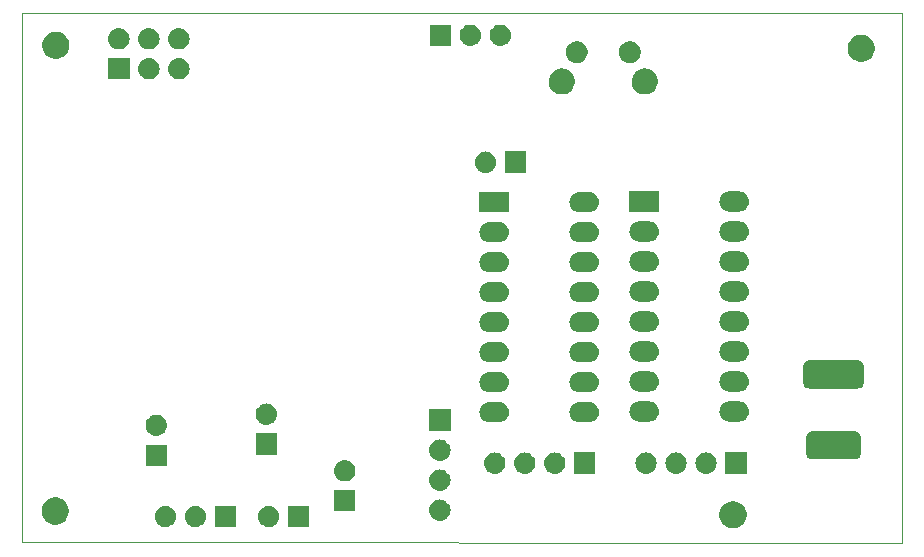
<source format=gbr>
G04 #@! TF.GenerationSoftware,KiCad,Pcbnew,(6.0.0-rc1-dev-1030-g80d50d98b)*
G04 #@! TF.CreationDate,2019-02-21T10:42:05-07:00*
G04 #@! TF.ProjectId,airmed_board_w2.0,6169726D65645F626F6172645F77322E,rev?*
G04 #@! TF.SameCoordinates,Original*
G04 #@! TF.FileFunction,Soldermask,Bot*
G04 #@! TF.FilePolarity,Negative*
%FSLAX46Y46*%
G04 Gerber Fmt 4.6, Leading zero omitted, Abs format (unit mm)*
G04 Created by KiCad (PCBNEW (6.0.0-rc1-dev-1030-g80d50d98b)) date Thursday, February 21, 2019 at 10:42:05 AM*
%MOMM*%
%LPD*%
G01*
G04 APERTURE LIST*
%ADD10C,0.050000*%
%ADD11C,0.025400*%
G04 APERTURE END LIST*
D10*
X113487200Y-135255000D02*
X113487200Y-90474800D01*
X187934600Y-135382000D02*
X113487200Y-135255000D01*
X187934600Y-90500200D02*
X187934600Y-135382000D01*
X113487200Y-90474800D02*
X187934600Y-90500200D01*
D11*
G36*
X173995534Y-131836832D02*
X174205002Y-131923596D01*
X174393523Y-132049562D01*
X174553838Y-132209877D01*
X174679804Y-132398398D01*
X174766568Y-132607866D01*
X174810800Y-132830235D01*
X174810800Y-133056965D01*
X174766568Y-133279334D01*
X174679804Y-133488802D01*
X174553838Y-133677323D01*
X174393523Y-133837638D01*
X174205002Y-133963604D01*
X173995534Y-134050368D01*
X173773165Y-134094600D01*
X173546435Y-134094600D01*
X173324066Y-134050368D01*
X173114598Y-133963604D01*
X172926077Y-133837638D01*
X172765762Y-133677323D01*
X172639796Y-133488802D01*
X172553032Y-133279334D01*
X172508800Y-133056965D01*
X172508800Y-132830235D01*
X172553032Y-132607866D01*
X172639796Y-132398398D01*
X172765762Y-132209877D01*
X172926077Y-132049562D01*
X173114598Y-131923596D01*
X173324066Y-131836832D01*
X173546435Y-131792600D01*
X173773165Y-131792600D01*
X173995534Y-131836832D01*
X173995534Y-131836832D01*
G37*
G36*
X134451042Y-132201518D02*
X134517227Y-132208037D01*
X134630453Y-132242384D01*
X134687067Y-132259557D01*
X134768465Y-132303066D01*
X134843591Y-132343222D01*
X134879329Y-132372552D01*
X134980786Y-132455814D01*
X135037922Y-132525436D01*
X135093378Y-132593009D01*
X135093379Y-132593011D01*
X135177043Y-132749533D01*
X135177043Y-132749534D01*
X135228563Y-132919373D01*
X135245959Y-133096000D01*
X135228563Y-133272627D01*
X135215594Y-133315379D01*
X135177043Y-133442467D01*
X135128738Y-133532838D01*
X135093378Y-133598991D01*
X135064048Y-133634729D01*
X134980786Y-133736186D01*
X134879329Y-133819448D01*
X134843591Y-133848778D01*
X134843589Y-133848779D01*
X134687067Y-133932443D01*
X134630453Y-133949616D01*
X134517227Y-133983963D01*
X134451043Y-133990481D01*
X134384860Y-133997000D01*
X134296340Y-133997000D01*
X134230157Y-133990481D01*
X134163973Y-133983963D01*
X134050747Y-133949616D01*
X133994133Y-133932443D01*
X133837611Y-133848779D01*
X133837609Y-133848778D01*
X133801871Y-133819448D01*
X133700414Y-133736186D01*
X133617152Y-133634729D01*
X133587822Y-133598991D01*
X133552462Y-133532838D01*
X133504157Y-133442467D01*
X133465606Y-133315379D01*
X133452637Y-133272627D01*
X133435241Y-133096000D01*
X133452637Y-132919373D01*
X133504157Y-132749534D01*
X133504157Y-132749533D01*
X133587821Y-132593011D01*
X133587822Y-132593009D01*
X133643278Y-132525436D01*
X133700414Y-132455814D01*
X133801871Y-132372552D01*
X133837609Y-132343222D01*
X133912735Y-132303066D01*
X133994133Y-132259557D01*
X134050747Y-132242384D01*
X134163973Y-132208037D01*
X134230158Y-132201518D01*
X134296340Y-132195000D01*
X134384860Y-132195000D01*
X134451042Y-132201518D01*
X134451042Y-132201518D01*
G37*
G36*
X131584000Y-133997000D02*
X129782000Y-133997000D01*
X129782000Y-132195000D01*
X131584000Y-132195000D01*
X131584000Y-133997000D01*
X131584000Y-133997000D01*
G37*
G36*
X128253442Y-132201518D02*
X128319627Y-132208037D01*
X128432853Y-132242384D01*
X128489467Y-132259557D01*
X128570865Y-132303066D01*
X128645991Y-132343222D01*
X128681729Y-132372552D01*
X128783186Y-132455814D01*
X128840322Y-132525436D01*
X128895778Y-132593009D01*
X128895779Y-132593011D01*
X128979443Y-132749533D01*
X128979443Y-132749534D01*
X129030963Y-132919373D01*
X129048359Y-133096000D01*
X129030963Y-133272627D01*
X129017994Y-133315379D01*
X128979443Y-133442467D01*
X128931138Y-133532838D01*
X128895778Y-133598991D01*
X128866448Y-133634729D01*
X128783186Y-133736186D01*
X128681729Y-133819448D01*
X128645991Y-133848778D01*
X128645989Y-133848779D01*
X128489467Y-133932443D01*
X128432853Y-133949616D01*
X128319627Y-133983963D01*
X128253443Y-133990481D01*
X128187260Y-133997000D01*
X128098740Y-133997000D01*
X128032557Y-133990481D01*
X127966373Y-133983963D01*
X127853147Y-133949616D01*
X127796533Y-133932443D01*
X127640011Y-133848779D01*
X127640009Y-133848778D01*
X127604271Y-133819448D01*
X127502814Y-133736186D01*
X127419552Y-133634729D01*
X127390222Y-133598991D01*
X127354862Y-133532838D01*
X127306557Y-133442467D01*
X127268006Y-133315379D01*
X127255037Y-133272627D01*
X127237641Y-133096000D01*
X127255037Y-132919373D01*
X127306557Y-132749534D01*
X127306557Y-132749533D01*
X127390221Y-132593011D01*
X127390222Y-132593009D01*
X127445678Y-132525436D01*
X127502814Y-132455814D01*
X127604271Y-132372552D01*
X127640009Y-132343222D01*
X127715135Y-132303066D01*
X127796533Y-132259557D01*
X127853147Y-132242384D01*
X127966373Y-132208037D01*
X128032558Y-132201518D01*
X128098740Y-132195000D01*
X128187260Y-132195000D01*
X128253442Y-132201518D01*
X128253442Y-132201518D01*
G37*
G36*
X125713442Y-132201518D02*
X125779627Y-132208037D01*
X125892853Y-132242384D01*
X125949467Y-132259557D01*
X126030865Y-132303066D01*
X126105991Y-132343222D01*
X126141729Y-132372552D01*
X126243186Y-132455814D01*
X126300322Y-132525436D01*
X126355778Y-132593009D01*
X126355779Y-132593011D01*
X126439443Y-132749533D01*
X126439443Y-132749534D01*
X126490963Y-132919373D01*
X126508359Y-133096000D01*
X126490963Y-133272627D01*
X126477994Y-133315379D01*
X126439443Y-133442467D01*
X126391138Y-133532838D01*
X126355778Y-133598991D01*
X126326448Y-133634729D01*
X126243186Y-133736186D01*
X126141729Y-133819448D01*
X126105991Y-133848778D01*
X126105989Y-133848779D01*
X125949467Y-133932443D01*
X125892853Y-133949616D01*
X125779627Y-133983963D01*
X125713443Y-133990481D01*
X125647260Y-133997000D01*
X125558740Y-133997000D01*
X125492557Y-133990481D01*
X125426373Y-133983963D01*
X125313147Y-133949616D01*
X125256533Y-133932443D01*
X125100011Y-133848779D01*
X125100009Y-133848778D01*
X125064271Y-133819448D01*
X124962814Y-133736186D01*
X124879552Y-133634729D01*
X124850222Y-133598991D01*
X124814862Y-133532838D01*
X124766557Y-133442467D01*
X124728006Y-133315379D01*
X124715037Y-133272627D01*
X124697641Y-133096000D01*
X124715037Y-132919373D01*
X124766557Y-132749534D01*
X124766557Y-132749533D01*
X124850221Y-132593011D01*
X124850222Y-132593009D01*
X124905678Y-132525436D01*
X124962814Y-132455814D01*
X125064271Y-132372552D01*
X125100009Y-132343222D01*
X125175135Y-132303066D01*
X125256533Y-132259557D01*
X125313147Y-132242384D01*
X125426373Y-132208037D01*
X125492558Y-132201518D01*
X125558740Y-132195000D01*
X125647260Y-132195000D01*
X125713442Y-132201518D01*
X125713442Y-132201518D01*
G37*
G36*
X137781600Y-133997000D02*
X135979600Y-133997000D01*
X135979600Y-132195000D01*
X137781600Y-132195000D01*
X137781600Y-133997000D01*
X137781600Y-133997000D01*
G37*
G36*
X116616934Y-131532032D02*
X116826402Y-131618796D01*
X117014923Y-131744762D01*
X117175238Y-131905077D01*
X117301204Y-132093598D01*
X117387968Y-132303066D01*
X117432200Y-132525435D01*
X117432200Y-132752165D01*
X117387968Y-132974534D01*
X117301204Y-133184002D01*
X117175238Y-133372523D01*
X117014923Y-133532838D01*
X116826402Y-133658804D01*
X116616934Y-133745568D01*
X116394565Y-133789800D01*
X116167835Y-133789800D01*
X115945466Y-133745568D01*
X115735998Y-133658804D01*
X115547477Y-133532838D01*
X115387162Y-133372523D01*
X115261196Y-133184002D01*
X115174432Y-132974534D01*
X115130200Y-132752165D01*
X115130200Y-132525435D01*
X115174432Y-132303066D01*
X115261196Y-132093598D01*
X115387162Y-131905077D01*
X115547477Y-131744762D01*
X115735998Y-131618796D01*
X115945466Y-131532032D01*
X116167835Y-131487800D01*
X116394565Y-131487800D01*
X116616934Y-131532032D01*
X116616934Y-131532032D01*
G37*
G36*
X148954443Y-131668119D02*
X149020627Y-131674637D01*
X149133853Y-131708984D01*
X149190467Y-131726157D01*
X149314771Y-131792600D01*
X149346991Y-131809822D01*
X149382729Y-131839152D01*
X149484186Y-131922414D01*
X149567448Y-132023871D01*
X149596778Y-132059609D01*
X149596779Y-132059611D01*
X149680443Y-132216133D01*
X149680443Y-132216134D01*
X149731963Y-132385973D01*
X149749359Y-132562600D01*
X149731963Y-132739227D01*
X149728038Y-132752165D01*
X149680443Y-132909067D01*
X149606348Y-133047687D01*
X149596778Y-133065591D01*
X149571822Y-133096000D01*
X149484186Y-133202786D01*
X149382729Y-133286048D01*
X149346991Y-133315378D01*
X149346989Y-133315379D01*
X149190467Y-133399043D01*
X149133853Y-133416216D01*
X149020627Y-133450563D01*
X148954443Y-133457081D01*
X148888260Y-133463600D01*
X148799740Y-133463600D01*
X148733557Y-133457081D01*
X148667373Y-133450563D01*
X148554147Y-133416216D01*
X148497533Y-133399043D01*
X148341011Y-133315379D01*
X148341009Y-133315378D01*
X148305271Y-133286048D01*
X148203814Y-133202786D01*
X148116178Y-133096000D01*
X148091222Y-133065591D01*
X148081652Y-133047687D01*
X148007557Y-132909067D01*
X147959962Y-132752165D01*
X147956037Y-132739227D01*
X147938641Y-132562600D01*
X147956037Y-132385973D01*
X148007557Y-132216134D01*
X148007557Y-132216133D01*
X148091221Y-132059611D01*
X148091222Y-132059609D01*
X148120552Y-132023871D01*
X148203814Y-131922414D01*
X148305271Y-131839152D01*
X148341009Y-131809822D01*
X148373229Y-131792600D01*
X148497533Y-131726157D01*
X148554147Y-131708984D01*
X148667373Y-131674637D01*
X148733557Y-131668119D01*
X148799740Y-131661600D01*
X148888260Y-131661600D01*
X148954443Y-131668119D01*
X148954443Y-131668119D01*
G37*
G36*
X141693200Y-132676200D02*
X139891200Y-132676200D01*
X139891200Y-130874200D01*
X141693200Y-130874200D01*
X141693200Y-132676200D01*
X141693200Y-132676200D01*
G37*
G36*
X148954443Y-129128119D02*
X149020627Y-129134637D01*
X149133853Y-129168984D01*
X149190467Y-129186157D01*
X149329087Y-129260252D01*
X149346991Y-129269822D01*
X149382729Y-129299152D01*
X149484186Y-129382414D01*
X149557932Y-129472275D01*
X149596778Y-129519609D01*
X149596779Y-129519611D01*
X149680443Y-129676133D01*
X149680443Y-129676134D01*
X149731963Y-129845973D01*
X149749359Y-130022600D01*
X149731963Y-130199227D01*
X149697616Y-130312453D01*
X149680443Y-130369067D01*
X149606348Y-130507687D01*
X149596778Y-130525591D01*
X149567448Y-130561329D01*
X149484186Y-130662786D01*
X149382729Y-130746048D01*
X149346991Y-130775378D01*
X149346989Y-130775379D01*
X149190467Y-130859043D01*
X149140500Y-130874200D01*
X149020627Y-130910563D01*
X148954443Y-130917081D01*
X148888260Y-130923600D01*
X148799740Y-130923600D01*
X148733557Y-130917081D01*
X148667373Y-130910563D01*
X148547500Y-130874200D01*
X148497533Y-130859043D01*
X148341011Y-130775379D01*
X148341009Y-130775378D01*
X148305271Y-130746048D01*
X148203814Y-130662786D01*
X148120552Y-130561329D01*
X148091222Y-130525591D01*
X148081652Y-130507687D01*
X148007557Y-130369067D01*
X147990384Y-130312453D01*
X147956037Y-130199227D01*
X147938641Y-130022600D01*
X147956037Y-129845973D01*
X148007557Y-129676134D01*
X148007557Y-129676133D01*
X148091221Y-129519611D01*
X148091222Y-129519609D01*
X148130068Y-129472275D01*
X148203814Y-129382414D01*
X148305271Y-129299152D01*
X148341009Y-129269822D01*
X148358913Y-129260252D01*
X148497533Y-129186157D01*
X148554147Y-129168984D01*
X148667373Y-129134637D01*
X148733557Y-129128119D01*
X148799740Y-129121600D01*
X148888260Y-129121600D01*
X148954443Y-129128119D01*
X148954443Y-129128119D01*
G37*
G36*
X140902642Y-128340718D02*
X140968827Y-128347237D01*
X141082053Y-128381584D01*
X141138667Y-128398757D01*
X141277287Y-128472852D01*
X141295191Y-128482422D01*
X141330929Y-128511752D01*
X141432386Y-128595014D01*
X141515648Y-128696471D01*
X141544978Y-128732209D01*
X141544979Y-128732211D01*
X141628643Y-128888733D01*
X141628643Y-128888734D01*
X141680163Y-129058573D01*
X141697559Y-129235200D01*
X141680163Y-129411827D01*
X141647468Y-129519609D01*
X141628643Y-129581667D01*
X141554548Y-129720287D01*
X141544978Y-129738191D01*
X141515648Y-129773929D01*
X141432386Y-129875386D01*
X141330929Y-129958648D01*
X141295191Y-129987978D01*
X141295189Y-129987979D01*
X141138667Y-130071643D01*
X141082053Y-130088816D01*
X140968827Y-130123163D01*
X140902642Y-130129682D01*
X140836460Y-130136200D01*
X140747940Y-130136200D01*
X140681758Y-130129682D01*
X140615573Y-130123163D01*
X140502347Y-130088816D01*
X140445733Y-130071643D01*
X140289211Y-129987979D01*
X140289209Y-129987978D01*
X140253471Y-129958648D01*
X140152014Y-129875386D01*
X140068752Y-129773929D01*
X140039422Y-129738191D01*
X140029852Y-129720287D01*
X139955757Y-129581667D01*
X139936932Y-129519609D01*
X139904237Y-129411827D01*
X139886841Y-129235200D01*
X139904237Y-129058573D01*
X139955757Y-128888734D01*
X139955757Y-128888733D01*
X140039421Y-128732211D01*
X140039422Y-128732209D01*
X140068752Y-128696471D01*
X140152014Y-128595014D01*
X140253471Y-128511752D01*
X140289209Y-128482422D01*
X140307113Y-128472852D01*
X140445733Y-128398757D01*
X140502347Y-128381584D01*
X140615573Y-128347237D01*
X140681758Y-128340718D01*
X140747940Y-128334200D01*
X140836460Y-128334200D01*
X140902642Y-128340718D01*
X140902642Y-128340718D01*
G37*
G36*
X171483487Y-127689831D02*
X171549671Y-127696349D01*
X171658164Y-127729260D01*
X171719511Y-127747869D01*
X171858131Y-127821964D01*
X171876035Y-127831534D01*
X171911773Y-127860864D01*
X172013230Y-127944126D01*
X172086953Y-128033959D01*
X172125822Y-128081321D01*
X172125823Y-128081323D01*
X172209487Y-128237845D01*
X172209487Y-128237846D01*
X172261007Y-128407685D01*
X172278403Y-128584312D01*
X172261007Y-128760939D01*
X172226660Y-128874165D01*
X172209487Y-128930779D01*
X172141179Y-129058573D01*
X172125822Y-129087303D01*
X172097675Y-129121600D01*
X172013230Y-129224498D01*
X171911773Y-129307760D01*
X171876035Y-129337090D01*
X171876033Y-129337091D01*
X171719511Y-129420755D01*
X171662897Y-129437928D01*
X171549671Y-129472275D01*
X171483487Y-129478793D01*
X171417304Y-129485312D01*
X171328784Y-129485312D01*
X171262601Y-129478793D01*
X171196417Y-129472275D01*
X171083191Y-129437928D01*
X171026577Y-129420755D01*
X170870055Y-129337091D01*
X170870053Y-129337090D01*
X170834315Y-129307760D01*
X170732858Y-129224498D01*
X170648413Y-129121600D01*
X170620266Y-129087303D01*
X170604909Y-129058573D01*
X170536601Y-128930779D01*
X170519428Y-128874165D01*
X170485081Y-128760939D01*
X170467685Y-128584312D01*
X170485081Y-128407685D01*
X170536601Y-128237846D01*
X170536601Y-128237845D01*
X170620265Y-128081323D01*
X170620266Y-128081321D01*
X170659135Y-128033959D01*
X170732858Y-127944126D01*
X170834315Y-127860864D01*
X170870053Y-127831534D01*
X170887957Y-127821964D01*
X171026577Y-127747869D01*
X171087924Y-127729260D01*
X171196417Y-127696349D01*
X171262601Y-127689831D01*
X171328784Y-127683312D01*
X171417304Y-127683312D01*
X171483487Y-127689831D01*
X171483487Y-127689831D01*
G37*
G36*
X174814044Y-129485312D02*
X173012044Y-129485312D01*
X173012044Y-127683312D01*
X174814044Y-127683312D01*
X174814044Y-129485312D01*
X174814044Y-129485312D01*
G37*
G36*
X166403487Y-127689831D02*
X166469671Y-127696349D01*
X166578164Y-127729260D01*
X166639511Y-127747869D01*
X166778131Y-127821964D01*
X166796035Y-127831534D01*
X166831773Y-127860864D01*
X166933230Y-127944126D01*
X167006953Y-128033959D01*
X167045822Y-128081321D01*
X167045823Y-128081323D01*
X167129487Y-128237845D01*
X167129487Y-128237846D01*
X167181007Y-128407685D01*
X167198403Y-128584312D01*
X167181007Y-128760939D01*
X167146660Y-128874165D01*
X167129487Y-128930779D01*
X167061179Y-129058573D01*
X167045822Y-129087303D01*
X167017675Y-129121600D01*
X166933230Y-129224498D01*
X166831773Y-129307760D01*
X166796035Y-129337090D01*
X166796033Y-129337091D01*
X166639511Y-129420755D01*
X166582897Y-129437928D01*
X166469671Y-129472275D01*
X166403487Y-129478793D01*
X166337304Y-129485312D01*
X166248784Y-129485312D01*
X166182601Y-129478793D01*
X166116417Y-129472275D01*
X166003191Y-129437928D01*
X165946577Y-129420755D01*
X165790055Y-129337091D01*
X165790053Y-129337090D01*
X165754315Y-129307760D01*
X165652858Y-129224498D01*
X165568413Y-129121600D01*
X165540266Y-129087303D01*
X165524909Y-129058573D01*
X165456601Y-128930779D01*
X165439428Y-128874165D01*
X165405081Y-128760939D01*
X165387685Y-128584312D01*
X165405081Y-128407685D01*
X165456601Y-128237846D01*
X165456601Y-128237845D01*
X165540265Y-128081323D01*
X165540266Y-128081321D01*
X165579135Y-128033959D01*
X165652858Y-127944126D01*
X165754315Y-127860864D01*
X165790053Y-127831534D01*
X165807957Y-127821964D01*
X165946577Y-127747869D01*
X166007924Y-127729260D01*
X166116417Y-127696349D01*
X166182601Y-127689831D01*
X166248784Y-127683312D01*
X166337304Y-127683312D01*
X166403487Y-127689831D01*
X166403487Y-127689831D01*
G37*
G36*
X153601887Y-127689831D02*
X153668071Y-127696349D01*
X153776564Y-127729260D01*
X153837911Y-127747869D01*
X153976531Y-127821964D01*
X153994435Y-127831534D01*
X154030173Y-127860864D01*
X154131630Y-127944126D01*
X154205353Y-128033959D01*
X154244222Y-128081321D01*
X154244223Y-128081323D01*
X154327887Y-128237845D01*
X154327887Y-128237846D01*
X154379407Y-128407685D01*
X154396803Y-128584312D01*
X154379407Y-128760939D01*
X154345060Y-128874165D01*
X154327887Y-128930779D01*
X154259579Y-129058573D01*
X154244222Y-129087303D01*
X154216075Y-129121600D01*
X154131630Y-129224498D01*
X154030173Y-129307760D01*
X153994435Y-129337090D01*
X153994433Y-129337091D01*
X153837911Y-129420755D01*
X153781297Y-129437928D01*
X153668071Y-129472275D01*
X153601887Y-129478793D01*
X153535704Y-129485312D01*
X153447184Y-129485312D01*
X153381001Y-129478793D01*
X153314817Y-129472275D01*
X153201591Y-129437928D01*
X153144977Y-129420755D01*
X152988455Y-129337091D01*
X152988453Y-129337090D01*
X152952715Y-129307760D01*
X152851258Y-129224498D01*
X152766813Y-129121600D01*
X152738666Y-129087303D01*
X152723309Y-129058573D01*
X152655001Y-128930779D01*
X152637828Y-128874165D01*
X152603481Y-128760939D01*
X152586085Y-128584312D01*
X152603481Y-128407685D01*
X152655001Y-128237846D01*
X152655001Y-128237845D01*
X152738665Y-128081323D01*
X152738666Y-128081321D01*
X152777535Y-128033959D01*
X152851258Y-127944126D01*
X152952715Y-127860864D01*
X152988453Y-127831534D01*
X153006357Y-127821964D01*
X153144977Y-127747869D01*
X153206324Y-127729260D01*
X153314817Y-127696349D01*
X153381001Y-127689831D01*
X153447184Y-127683312D01*
X153535704Y-127683312D01*
X153601887Y-127689831D01*
X153601887Y-127689831D01*
G37*
G36*
X156141887Y-127689831D02*
X156208071Y-127696349D01*
X156316564Y-127729260D01*
X156377911Y-127747869D01*
X156516531Y-127821964D01*
X156534435Y-127831534D01*
X156570173Y-127860864D01*
X156671630Y-127944126D01*
X156745353Y-128033959D01*
X156784222Y-128081321D01*
X156784223Y-128081323D01*
X156867887Y-128237845D01*
X156867887Y-128237846D01*
X156919407Y-128407685D01*
X156936803Y-128584312D01*
X156919407Y-128760939D01*
X156885060Y-128874165D01*
X156867887Y-128930779D01*
X156799579Y-129058573D01*
X156784222Y-129087303D01*
X156756075Y-129121600D01*
X156671630Y-129224498D01*
X156570173Y-129307760D01*
X156534435Y-129337090D01*
X156534433Y-129337091D01*
X156377911Y-129420755D01*
X156321297Y-129437928D01*
X156208071Y-129472275D01*
X156141887Y-129478793D01*
X156075704Y-129485312D01*
X155987184Y-129485312D01*
X155921001Y-129478793D01*
X155854817Y-129472275D01*
X155741591Y-129437928D01*
X155684977Y-129420755D01*
X155528455Y-129337091D01*
X155528453Y-129337090D01*
X155492715Y-129307760D01*
X155391258Y-129224498D01*
X155306813Y-129121600D01*
X155278666Y-129087303D01*
X155263309Y-129058573D01*
X155195001Y-128930779D01*
X155177828Y-128874165D01*
X155143481Y-128760939D01*
X155126085Y-128584312D01*
X155143481Y-128407685D01*
X155195001Y-128237846D01*
X155195001Y-128237845D01*
X155278665Y-128081323D01*
X155278666Y-128081321D01*
X155317535Y-128033959D01*
X155391258Y-127944126D01*
X155492715Y-127860864D01*
X155528453Y-127831534D01*
X155546357Y-127821964D01*
X155684977Y-127747869D01*
X155746324Y-127729260D01*
X155854817Y-127696349D01*
X155921001Y-127689831D01*
X155987184Y-127683312D01*
X156075704Y-127683312D01*
X156141887Y-127689831D01*
X156141887Y-127689831D01*
G37*
G36*
X168943487Y-127689831D02*
X169009671Y-127696349D01*
X169118164Y-127729260D01*
X169179511Y-127747869D01*
X169318131Y-127821964D01*
X169336035Y-127831534D01*
X169371773Y-127860864D01*
X169473230Y-127944126D01*
X169546953Y-128033959D01*
X169585822Y-128081321D01*
X169585823Y-128081323D01*
X169669487Y-128237845D01*
X169669487Y-128237846D01*
X169721007Y-128407685D01*
X169738403Y-128584312D01*
X169721007Y-128760939D01*
X169686660Y-128874165D01*
X169669487Y-128930779D01*
X169601179Y-129058573D01*
X169585822Y-129087303D01*
X169557675Y-129121600D01*
X169473230Y-129224498D01*
X169371773Y-129307760D01*
X169336035Y-129337090D01*
X169336033Y-129337091D01*
X169179511Y-129420755D01*
X169122897Y-129437928D01*
X169009671Y-129472275D01*
X168943487Y-129478793D01*
X168877304Y-129485312D01*
X168788784Y-129485312D01*
X168722601Y-129478793D01*
X168656417Y-129472275D01*
X168543191Y-129437928D01*
X168486577Y-129420755D01*
X168330055Y-129337091D01*
X168330053Y-129337090D01*
X168294315Y-129307760D01*
X168192858Y-129224498D01*
X168108413Y-129121600D01*
X168080266Y-129087303D01*
X168064909Y-129058573D01*
X167996601Y-128930779D01*
X167979428Y-128874165D01*
X167945081Y-128760939D01*
X167927685Y-128584312D01*
X167945081Y-128407685D01*
X167996601Y-128237846D01*
X167996601Y-128237845D01*
X168080265Y-128081323D01*
X168080266Y-128081321D01*
X168119135Y-128033959D01*
X168192858Y-127944126D01*
X168294315Y-127860864D01*
X168330053Y-127831534D01*
X168347957Y-127821964D01*
X168486577Y-127747869D01*
X168547924Y-127729260D01*
X168656417Y-127696349D01*
X168722601Y-127689831D01*
X168788784Y-127683312D01*
X168877304Y-127683312D01*
X168943487Y-127689831D01*
X168943487Y-127689831D01*
G37*
G36*
X158681887Y-127689831D02*
X158748071Y-127696349D01*
X158856564Y-127729260D01*
X158917911Y-127747869D01*
X159056531Y-127821964D01*
X159074435Y-127831534D01*
X159110173Y-127860864D01*
X159211630Y-127944126D01*
X159285353Y-128033959D01*
X159324222Y-128081321D01*
X159324223Y-128081323D01*
X159407887Y-128237845D01*
X159407887Y-128237846D01*
X159459407Y-128407685D01*
X159476803Y-128584312D01*
X159459407Y-128760939D01*
X159425060Y-128874165D01*
X159407887Y-128930779D01*
X159339579Y-129058573D01*
X159324222Y-129087303D01*
X159296075Y-129121600D01*
X159211630Y-129224498D01*
X159110173Y-129307760D01*
X159074435Y-129337090D01*
X159074433Y-129337091D01*
X158917911Y-129420755D01*
X158861297Y-129437928D01*
X158748071Y-129472275D01*
X158681887Y-129478793D01*
X158615704Y-129485312D01*
X158527184Y-129485312D01*
X158461001Y-129478793D01*
X158394817Y-129472275D01*
X158281591Y-129437928D01*
X158224977Y-129420755D01*
X158068455Y-129337091D01*
X158068453Y-129337090D01*
X158032715Y-129307760D01*
X157931258Y-129224498D01*
X157846813Y-129121600D01*
X157818666Y-129087303D01*
X157803309Y-129058573D01*
X157735001Y-128930779D01*
X157717828Y-128874165D01*
X157683481Y-128760939D01*
X157666085Y-128584312D01*
X157683481Y-128407685D01*
X157735001Y-128237846D01*
X157735001Y-128237845D01*
X157818665Y-128081323D01*
X157818666Y-128081321D01*
X157857535Y-128033959D01*
X157931258Y-127944126D01*
X158032715Y-127860864D01*
X158068453Y-127831534D01*
X158086357Y-127821964D01*
X158224977Y-127747869D01*
X158286324Y-127729260D01*
X158394817Y-127696349D01*
X158461001Y-127689831D01*
X158527184Y-127683312D01*
X158615704Y-127683312D01*
X158681887Y-127689831D01*
X158681887Y-127689831D01*
G37*
G36*
X162012444Y-129485312D02*
X160210444Y-129485312D01*
X160210444Y-127683312D01*
X162012444Y-127683312D01*
X162012444Y-129485312D01*
X162012444Y-129485312D01*
G37*
G36*
X125735477Y-128815337D02*
X123933477Y-128815337D01*
X123933477Y-127013337D01*
X125735477Y-127013337D01*
X125735477Y-128815337D01*
X125735477Y-128815337D01*
G37*
G36*
X148954442Y-126588118D02*
X149020627Y-126594637D01*
X149133853Y-126628984D01*
X149190467Y-126646157D01*
X149329087Y-126720252D01*
X149346991Y-126729822D01*
X149382729Y-126759152D01*
X149484186Y-126842414D01*
X149567448Y-126943871D01*
X149596778Y-126979609D01*
X149596779Y-126979611D01*
X149680443Y-127136133D01*
X149680443Y-127136134D01*
X149731963Y-127305973D01*
X149749359Y-127482600D01*
X149731963Y-127659227D01*
X149720702Y-127696349D01*
X149680443Y-127829067D01*
X149655570Y-127875600D01*
X149596778Y-127985591D01*
X149579602Y-128006520D01*
X149484186Y-128122786D01*
X149382729Y-128206048D01*
X149346991Y-128235378D01*
X149346989Y-128235379D01*
X149190467Y-128319043D01*
X149140500Y-128334200D01*
X149020627Y-128370563D01*
X148954443Y-128377081D01*
X148888260Y-128383600D01*
X148799740Y-128383600D01*
X148733557Y-128377081D01*
X148667373Y-128370563D01*
X148547500Y-128334200D01*
X148497533Y-128319043D01*
X148341011Y-128235379D01*
X148341009Y-128235378D01*
X148305271Y-128206048D01*
X148203814Y-128122786D01*
X148108398Y-128006520D01*
X148091222Y-127985591D01*
X148032430Y-127875600D01*
X148007557Y-127829067D01*
X147967298Y-127696349D01*
X147956037Y-127659227D01*
X147938641Y-127482600D01*
X147956037Y-127305973D01*
X148007557Y-127136134D01*
X148007557Y-127136133D01*
X148091221Y-126979611D01*
X148091222Y-126979609D01*
X148120552Y-126943871D01*
X148203814Y-126842414D01*
X148305271Y-126759152D01*
X148341009Y-126729822D01*
X148358913Y-126720252D01*
X148497533Y-126646157D01*
X148554147Y-126628984D01*
X148667373Y-126594637D01*
X148733558Y-126588118D01*
X148799740Y-126581600D01*
X148888260Y-126581600D01*
X148954442Y-126588118D01*
X148954442Y-126588118D01*
G37*
G36*
X184036642Y-125882330D02*
X184137450Y-125912911D01*
X184230359Y-125962572D01*
X184311796Y-126029404D01*
X184378628Y-126110841D01*
X184428289Y-126203750D01*
X184458870Y-126304558D01*
X184469800Y-126415540D01*
X184469800Y-127729260D01*
X184458870Y-127840242D01*
X184428289Y-127941050D01*
X184378628Y-128033959D01*
X184311796Y-128115396D01*
X184230359Y-128182228D01*
X184137450Y-128231889D01*
X184036642Y-128262470D01*
X183925660Y-128273400D01*
X180411940Y-128273400D01*
X180300958Y-128262470D01*
X180200150Y-128231889D01*
X180107241Y-128182228D01*
X180025804Y-128115396D01*
X179958972Y-128033959D01*
X179909311Y-127941050D01*
X179878730Y-127840242D01*
X179867800Y-127729260D01*
X179867800Y-126415540D01*
X179878730Y-126304558D01*
X179909311Y-126203750D01*
X179958972Y-126110841D01*
X180025804Y-126029404D01*
X180107241Y-125962572D01*
X180200150Y-125912911D01*
X180300958Y-125882330D01*
X180411940Y-125871400D01*
X183925660Y-125871400D01*
X184036642Y-125882330D01*
X184036642Y-125882330D01*
G37*
G36*
X135038400Y-127875600D02*
X133236400Y-127875600D01*
X133236400Y-126073600D01*
X135038400Y-126073600D01*
X135038400Y-127875600D01*
X135038400Y-127875600D01*
G37*
G36*
X124944919Y-124479855D02*
X125011104Y-124486374D01*
X125124330Y-124520721D01*
X125180944Y-124537894D01*
X125318135Y-124611225D01*
X125337468Y-124621559D01*
X125373206Y-124650889D01*
X125474663Y-124734151D01*
X125557925Y-124835608D01*
X125587255Y-124871346D01*
X125587256Y-124871348D01*
X125670920Y-125027870D01*
X125688093Y-125084484D01*
X125722440Y-125197710D01*
X125739836Y-125374337D01*
X125722440Y-125550964D01*
X125688093Y-125664190D01*
X125670920Y-125720804D01*
X125605283Y-125843600D01*
X125587255Y-125877328D01*
X125558053Y-125912911D01*
X125474663Y-126014523D01*
X125402676Y-126073600D01*
X125337468Y-126127115D01*
X125337466Y-126127116D01*
X125180944Y-126210780D01*
X125124330Y-126227953D01*
X125011104Y-126262300D01*
X124944919Y-126268819D01*
X124878737Y-126275337D01*
X124790217Y-126275337D01*
X124724035Y-126268819D01*
X124657850Y-126262300D01*
X124544624Y-126227953D01*
X124488010Y-126210780D01*
X124331488Y-126127116D01*
X124331486Y-126127115D01*
X124266278Y-126073600D01*
X124194291Y-126014523D01*
X124110901Y-125912911D01*
X124081699Y-125877328D01*
X124063671Y-125843600D01*
X123998034Y-125720804D01*
X123980861Y-125664190D01*
X123946514Y-125550964D01*
X123929118Y-125374337D01*
X123946514Y-125197710D01*
X123980861Y-125084484D01*
X123998034Y-125027870D01*
X124081698Y-124871348D01*
X124081699Y-124871346D01*
X124111029Y-124835608D01*
X124194291Y-124734151D01*
X124295748Y-124650889D01*
X124331486Y-124621559D01*
X124350819Y-124611225D01*
X124488010Y-124537894D01*
X124544624Y-124520721D01*
X124657850Y-124486374D01*
X124724035Y-124479855D01*
X124790217Y-124473337D01*
X124878737Y-124473337D01*
X124944919Y-124479855D01*
X124944919Y-124479855D01*
G37*
G36*
X149745000Y-125843600D02*
X147943000Y-125843600D01*
X147943000Y-124041600D01*
X149745000Y-124041600D01*
X149745000Y-125843600D01*
X149745000Y-125843600D01*
G37*
G36*
X134247842Y-123540118D02*
X134314027Y-123546637D01*
X134427253Y-123580984D01*
X134483867Y-123598157D01*
X134602658Y-123661653D01*
X134640391Y-123681822D01*
X134676129Y-123711152D01*
X134777586Y-123794414D01*
X134854609Y-123888268D01*
X134890178Y-123931609D01*
X134890179Y-123931611D01*
X134973843Y-124088133D01*
X134973843Y-124088134D01*
X135025363Y-124257973D01*
X135042759Y-124434600D01*
X135025363Y-124611227D01*
X134991016Y-124724453D01*
X134973843Y-124781067D01*
X134925587Y-124871346D01*
X134890178Y-124937591D01*
X134860848Y-124973329D01*
X134777586Y-125074786D01*
X134676129Y-125158048D01*
X134640391Y-125187378D01*
X134640389Y-125187379D01*
X134483867Y-125271043D01*
X134427253Y-125288216D01*
X134314027Y-125322563D01*
X134247843Y-125329081D01*
X134181660Y-125335600D01*
X134093140Y-125335600D01*
X134026957Y-125329081D01*
X133960773Y-125322563D01*
X133847547Y-125288216D01*
X133790933Y-125271043D01*
X133634411Y-125187379D01*
X133634409Y-125187378D01*
X133598671Y-125158048D01*
X133497214Y-125074786D01*
X133413952Y-124973329D01*
X133384622Y-124937591D01*
X133349213Y-124871346D01*
X133300957Y-124781067D01*
X133283784Y-124724453D01*
X133249437Y-124611227D01*
X133232041Y-124434600D01*
X133249437Y-124257973D01*
X133300957Y-124088134D01*
X133300957Y-124088133D01*
X133384621Y-123931611D01*
X133384622Y-123931609D01*
X133420191Y-123888268D01*
X133497214Y-123794414D01*
X133598671Y-123711152D01*
X133634409Y-123681822D01*
X133672142Y-123661653D01*
X133790933Y-123598157D01*
X133847547Y-123580984D01*
X133960773Y-123546637D01*
X134026958Y-123540118D01*
X134093140Y-123533600D01*
X134181660Y-123533600D01*
X134247842Y-123540118D01*
X134247842Y-123540118D01*
G37*
G36*
X154007465Y-123427625D02*
X154007468Y-123427626D01*
X154007469Y-123427626D01*
X154167883Y-123476287D01*
X154167885Y-123476288D01*
X154167888Y-123476289D01*
X154315722Y-123555307D01*
X154445303Y-123661653D01*
X154551649Y-123791234D01*
X154630667Y-123939068D01*
X154679331Y-124099491D01*
X154695761Y-124266312D01*
X154679331Y-124433133D01*
X154679330Y-124433136D01*
X154679330Y-124433137D01*
X154663181Y-124486374D01*
X154630667Y-124593556D01*
X154551649Y-124741390D01*
X154445303Y-124870971D01*
X154315722Y-124977317D01*
X154167888Y-125056335D01*
X154167885Y-125056336D01*
X154167883Y-125056337D01*
X154007469Y-125104998D01*
X154007468Y-125104998D01*
X154007465Y-125104999D01*
X153882448Y-125117312D01*
X152998840Y-125117312D01*
X152873823Y-125104999D01*
X152873820Y-125104998D01*
X152873819Y-125104998D01*
X152713405Y-125056337D01*
X152713403Y-125056336D01*
X152713400Y-125056335D01*
X152565566Y-124977317D01*
X152435985Y-124870971D01*
X152329639Y-124741390D01*
X152250621Y-124593556D01*
X152218108Y-124486374D01*
X152201958Y-124433137D01*
X152201958Y-124433136D01*
X152201957Y-124433133D01*
X152185527Y-124266312D01*
X152201957Y-124099491D01*
X152250621Y-123939068D01*
X152329639Y-123791234D01*
X152435985Y-123661653D01*
X152565566Y-123555307D01*
X152713400Y-123476289D01*
X152713403Y-123476288D01*
X152713405Y-123476287D01*
X152873819Y-123427626D01*
X152873820Y-123427626D01*
X152873823Y-123427625D01*
X152998840Y-123415312D01*
X153882448Y-123415312D01*
X154007465Y-123427625D01*
X154007465Y-123427625D01*
G37*
G36*
X161627465Y-123427625D02*
X161627468Y-123427626D01*
X161627469Y-123427626D01*
X161787883Y-123476287D01*
X161787885Y-123476288D01*
X161787888Y-123476289D01*
X161935722Y-123555307D01*
X162065303Y-123661653D01*
X162171649Y-123791234D01*
X162250667Y-123939068D01*
X162299331Y-124099491D01*
X162315761Y-124266312D01*
X162299331Y-124433133D01*
X162299330Y-124433136D01*
X162299330Y-124433137D01*
X162283181Y-124486374D01*
X162250667Y-124593556D01*
X162171649Y-124741390D01*
X162065303Y-124870971D01*
X161935722Y-124977317D01*
X161787888Y-125056335D01*
X161787885Y-125056336D01*
X161787883Y-125056337D01*
X161627469Y-125104998D01*
X161627468Y-125104998D01*
X161627465Y-125104999D01*
X161502448Y-125117312D01*
X160618840Y-125117312D01*
X160493823Y-125104999D01*
X160493820Y-125104998D01*
X160493819Y-125104998D01*
X160333405Y-125056337D01*
X160333403Y-125056336D01*
X160333400Y-125056335D01*
X160185566Y-124977317D01*
X160055985Y-124870971D01*
X159949639Y-124741390D01*
X159870621Y-124593556D01*
X159838108Y-124486374D01*
X159821958Y-124433137D01*
X159821958Y-124433136D01*
X159821957Y-124433133D01*
X159805527Y-124266312D01*
X159821957Y-124099491D01*
X159870621Y-123939068D01*
X159949639Y-123791234D01*
X160055985Y-123661653D01*
X160185566Y-123555307D01*
X160333400Y-123476289D01*
X160333403Y-123476288D01*
X160333405Y-123476287D01*
X160493819Y-123427626D01*
X160493820Y-123427626D01*
X160493823Y-123427625D01*
X160618840Y-123415312D01*
X161502448Y-123415312D01*
X161627465Y-123427625D01*
X161627465Y-123427625D01*
G37*
G36*
X174327465Y-123376825D02*
X174327468Y-123376826D01*
X174327469Y-123376826D01*
X174487883Y-123425487D01*
X174487885Y-123425488D01*
X174487888Y-123425489D01*
X174635722Y-123504507D01*
X174765303Y-123610853D01*
X174871649Y-123740434D01*
X174950667Y-123888268D01*
X174950668Y-123888271D01*
X174950669Y-123888273D01*
X174963815Y-123931611D01*
X174999331Y-124048691D01*
X175015761Y-124215512D01*
X174999331Y-124382333D01*
X174999330Y-124382336D01*
X174999330Y-124382337D01*
X174967771Y-124486374D01*
X174950667Y-124542756D01*
X174871649Y-124690590D01*
X174765303Y-124820171D01*
X174635722Y-124926517D01*
X174487888Y-125005535D01*
X174487885Y-125005536D01*
X174487883Y-125005537D01*
X174327469Y-125054198D01*
X174327468Y-125054198D01*
X174327465Y-125054199D01*
X174202448Y-125066512D01*
X173318840Y-125066512D01*
X173193823Y-125054199D01*
X173193820Y-125054198D01*
X173193819Y-125054198D01*
X173033405Y-125005537D01*
X173033403Y-125005536D01*
X173033400Y-125005535D01*
X172885566Y-124926517D01*
X172755985Y-124820171D01*
X172649639Y-124690590D01*
X172570621Y-124542756D01*
X172553518Y-124486374D01*
X172521958Y-124382337D01*
X172521958Y-124382336D01*
X172521957Y-124382333D01*
X172505527Y-124215512D01*
X172521957Y-124048691D01*
X172557473Y-123931611D01*
X172570619Y-123888273D01*
X172570620Y-123888271D01*
X172570621Y-123888268D01*
X172649639Y-123740434D01*
X172755985Y-123610853D01*
X172885566Y-123504507D01*
X173033400Y-123425489D01*
X173033403Y-123425488D01*
X173033405Y-123425487D01*
X173193819Y-123376826D01*
X173193820Y-123376826D01*
X173193823Y-123376825D01*
X173318840Y-123364512D01*
X174202448Y-123364512D01*
X174327465Y-123376825D01*
X174327465Y-123376825D01*
G37*
G36*
X166707465Y-123376825D02*
X166707468Y-123376826D01*
X166707469Y-123376826D01*
X166867883Y-123425487D01*
X166867885Y-123425488D01*
X166867888Y-123425489D01*
X167015722Y-123504507D01*
X167145303Y-123610853D01*
X167251649Y-123740434D01*
X167330667Y-123888268D01*
X167330668Y-123888271D01*
X167330669Y-123888273D01*
X167343815Y-123931611D01*
X167379331Y-124048691D01*
X167395761Y-124215512D01*
X167379331Y-124382333D01*
X167379330Y-124382336D01*
X167379330Y-124382337D01*
X167347771Y-124486374D01*
X167330667Y-124542756D01*
X167251649Y-124690590D01*
X167145303Y-124820171D01*
X167015722Y-124926517D01*
X166867888Y-125005535D01*
X166867885Y-125005536D01*
X166867883Y-125005537D01*
X166707469Y-125054198D01*
X166707468Y-125054198D01*
X166707465Y-125054199D01*
X166582448Y-125066512D01*
X165698840Y-125066512D01*
X165573823Y-125054199D01*
X165573820Y-125054198D01*
X165573819Y-125054198D01*
X165413405Y-125005537D01*
X165413403Y-125005536D01*
X165413400Y-125005535D01*
X165265566Y-124926517D01*
X165135985Y-124820171D01*
X165029639Y-124690590D01*
X164950621Y-124542756D01*
X164933518Y-124486374D01*
X164901958Y-124382337D01*
X164901958Y-124382336D01*
X164901957Y-124382333D01*
X164885527Y-124215512D01*
X164901957Y-124048691D01*
X164937473Y-123931611D01*
X164950619Y-123888273D01*
X164950620Y-123888271D01*
X164950621Y-123888268D01*
X165029639Y-123740434D01*
X165135985Y-123610853D01*
X165265566Y-123504507D01*
X165413400Y-123425489D01*
X165413403Y-123425488D01*
X165413405Y-123425487D01*
X165573819Y-123376826D01*
X165573820Y-123376826D01*
X165573823Y-123376825D01*
X165698840Y-123364512D01*
X166582448Y-123364512D01*
X166707465Y-123376825D01*
X166707465Y-123376825D01*
G37*
G36*
X154007465Y-120887625D02*
X154007468Y-120887626D01*
X154007469Y-120887626D01*
X154167883Y-120936287D01*
X154167885Y-120936288D01*
X154167888Y-120936289D01*
X154315722Y-121015307D01*
X154445303Y-121121653D01*
X154551649Y-121251234D01*
X154630667Y-121399068D01*
X154679331Y-121559491D01*
X154695761Y-121726312D01*
X154679331Y-121893133D01*
X154679330Y-121893136D01*
X154679330Y-121893137D01*
X154644936Y-122006520D01*
X154630667Y-122053556D01*
X154551649Y-122201390D01*
X154445303Y-122330971D01*
X154315722Y-122437317D01*
X154167888Y-122516335D01*
X154167885Y-122516336D01*
X154167883Y-122516337D01*
X154007469Y-122564998D01*
X154007468Y-122564998D01*
X154007465Y-122564999D01*
X153882448Y-122577312D01*
X152998840Y-122577312D01*
X152873823Y-122564999D01*
X152873820Y-122564998D01*
X152873819Y-122564998D01*
X152713405Y-122516337D01*
X152713403Y-122516336D01*
X152713400Y-122516335D01*
X152565566Y-122437317D01*
X152435985Y-122330971D01*
X152329639Y-122201390D01*
X152250621Y-122053556D01*
X152236353Y-122006520D01*
X152201958Y-121893137D01*
X152201958Y-121893136D01*
X152201957Y-121893133D01*
X152185527Y-121726312D01*
X152201957Y-121559491D01*
X152250621Y-121399068D01*
X152329639Y-121251234D01*
X152435985Y-121121653D01*
X152565566Y-121015307D01*
X152713400Y-120936289D01*
X152713403Y-120936288D01*
X152713405Y-120936287D01*
X152873819Y-120887626D01*
X152873820Y-120887626D01*
X152873823Y-120887625D01*
X152998840Y-120875312D01*
X153882448Y-120875312D01*
X154007465Y-120887625D01*
X154007465Y-120887625D01*
G37*
G36*
X161627465Y-120887625D02*
X161627468Y-120887626D01*
X161627469Y-120887626D01*
X161787883Y-120936287D01*
X161787885Y-120936288D01*
X161787888Y-120936289D01*
X161935722Y-121015307D01*
X162065303Y-121121653D01*
X162171649Y-121251234D01*
X162250667Y-121399068D01*
X162299331Y-121559491D01*
X162315761Y-121726312D01*
X162299331Y-121893133D01*
X162299330Y-121893136D01*
X162299330Y-121893137D01*
X162264936Y-122006520D01*
X162250667Y-122053556D01*
X162171649Y-122201390D01*
X162065303Y-122330971D01*
X161935722Y-122437317D01*
X161787888Y-122516335D01*
X161787885Y-122516336D01*
X161787883Y-122516337D01*
X161627469Y-122564998D01*
X161627468Y-122564998D01*
X161627465Y-122564999D01*
X161502448Y-122577312D01*
X160618840Y-122577312D01*
X160493823Y-122564999D01*
X160493820Y-122564998D01*
X160493819Y-122564998D01*
X160333405Y-122516337D01*
X160333403Y-122516336D01*
X160333400Y-122516335D01*
X160185566Y-122437317D01*
X160055985Y-122330971D01*
X159949639Y-122201390D01*
X159870621Y-122053556D01*
X159856353Y-122006520D01*
X159821958Y-121893137D01*
X159821958Y-121893136D01*
X159821957Y-121893133D01*
X159805527Y-121726312D01*
X159821957Y-121559491D01*
X159870621Y-121399068D01*
X159949639Y-121251234D01*
X160055985Y-121121653D01*
X160185566Y-121015307D01*
X160333400Y-120936289D01*
X160333403Y-120936288D01*
X160333405Y-120936287D01*
X160493819Y-120887626D01*
X160493820Y-120887626D01*
X160493823Y-120887625D01*
X160618840Y-120875312D01*
X161502448Y-120875312D01*
X161627465Y-120887625D01*
X161627465Y-120887625D01*
G37*
G36*
X174327465Y-120836825D02*
X174327468Y-120836826D01*
X174327469Y-120836826D01*
X174487883Y-120885487D01*
X174487885Y-120885488D01*
X174487888Y-120885489D01*
X174635722Y-120964507D01*
X174765303Y-121070853D01*
X174871649Y-121200434D01*
X174950667Y-121348268D01*
X174999331Y-121508691D01*
X175015761Y-121675512D01*
X174999331Y-121842333D01*
X174999330Y-121842336D01*
X174999330Y-121842337D01*
X174969386Y-121941050D01*
X174950667Y-122002756D01*
X174871649Y-122150590D01*
X174765303Y-122280171D01*
X174635722Y-122386517D01*
X174487888Y-122465535D01*
X174487885Y-122465536D01*
X174487883Y-122465537D01*
X174327469Y-122514198D01*
X174327468Y-122514198D01*
X174327465Y-122514199D01*
X174202448Y-122526512D01*
X173318840Y-122526512D01*
X173193823Y-122514199D01*
X173193820Y-122514198D01*
X173193819Y-122514198D01*
X173033405Y-122465537D01*
X173033403Y-122465536D01*
X173033400Y-122465535D01*
X172885566Y-122386517D01*
X172755985Y-122280171D01*
X172649639Y-122150590D01*
X172570621Y-122002756D01*
X172551903Y-121941050D01*
X172521958Y-121842337D01*
X172521958Y-121842336D01*
X172521957Y-121842333D01*
X172505527Y-121675512D01*
X172521957Y-121508691D01*
X172570621Y-121348268D01*
X172649639Y-121200434D01*
X172755985Y-121070853D01*
X172885566Y-120964507D01*
X173033400Y-120885489D01*
X173033403Y-120885488D01*
X173033405Y-120885487D01*
X173193819Y-120836826D01*
X173193820Y-120836826D01*
X173193823Y-120836825D01*
X173318840Y-120824512D01*
X174202448Y-120824512D01*
X174327465Y-120836825D01*
X174327465Y-120836825D01*
G37*
G36*
X166707465Y-120836825D02*
X166707468Y-120836826D01*
X166707469Y-120836826D01*
X166867883Y-120885487D01*
X166867885Y-120885488D01*
X166867888Y-120885489D01*
X167015722Y-120964507D01*
X167145303Y-121070853D01*
X167251649Y-121200434D01*
X167330667Y-121348268D01*
X167379331Y-121508691D01*
X167395761Y-121675512D01*
X167379331Y-121842333D01*
X167379330Y-121842336D01*
X167379330Y-121842337D01*
X167349386Y-121941050D01*
X167330667Y-122002756D01*
X167251649Y-122150590D01*
X167145303Y-122280171D01*
X167015722Y-122386517D01*
X166867888Y-122465535D01*
X166867885Y-122465536D01*
X166867883Y-122465537D01*
X166707469Y-122514198D01*
X166707468Y-122514198D01*
X166707465Y-122514199D01*
X166582448Y-122526512D01*
X165698840Y-122526512D01*
X165573823Y-122514199D01*
X165573820Y-122514198D01*
X165573819Y-122514198D01*
X165413405Y-122465537D01*
X165413403Y-122465536D01*
X165413400Y-122465535D01*
X165265566Y-122386517D01*
X165135985Y-122280171D01*
X165029639Y-122150590D01*
X164950621Y-122002756D01*
X164931903Y-121941050D01*
X164901958Y-121842337D01*
X164901958Y-121842336D01*
X164901957Y-121842333D01*
X164885527Y-121675512D01*
X164901957Y-121508691D01*
X164950621Y-121348268D01*
X165029639Y-121200434D01*
X165135985Y-121070853D01*
X165265566Y-120964507D01*
X165413400Y-120885489D01*
X165413403Y-120885488D01*
X165413405Y-120885487D01*
X165573819Y-120836826D01*
X165573820Y-120836826D01*
X165573823Y-120836825D01*
X165698840Y-120824512D01*
X166582448Y-120824512D01*
X166707465Y-120836825D01*
X166707465Y-120836825D01*
G37*
G36*
X184286642Y-119882330D02*
X184387450Y-119912911D01*
X184480359Y-119962572D01*
X184561796Y-120029404D01*
X184628628Y-120110841D01*
X184678289Y-120203750D01*
X184708870Y-120304558D01*
X184719800Y-120415540D01*
X184719800Y-121729260D01*
X184708870Y-121840242D01*
X184678289Y-121941050D01*
X184628628Y-122033959D01*
X184561796Y-122115396D01*
X184480359Y-122182228D01*
X184387450Y-122231889D01*
X184286642Y-122262470D01*
X184175660Y-122273400D01*
X180161940Y-122273400D01*
X180050958Y-122262470D01*
X179950150Y-122231889D01*
X179857241Y-122182228D01*
X179775804Y-122115396D01*
X179708972Y-122033959D01*
X179659311Y-121941050D01*
X179628730Y-121840242D01*
X179617800Y-121729260D01*
X179617800Y-120415540D01*
X179628730Y-120304558D01*
X179659311Y-120203750D01*
X179708972Y-120110841D01*
X179775804Y-120029404D01*
X179857241Y-119962572D01*
X179950150Y-119912911D01*
X180050958Y-119882330D01*
X180161940Y-119871400D01*
X184175660Y-119871400D01*
X184286642Y-119882330D01*
X184286642Y-119882330D01*
G37*
G36*
X154007465Y-118347625D02*
X154007468Y-118347626D01*
X154007469Y-118347626D01*
X154167883Y-118396287D01*
X154167885Y-118396288D01*
X154167888Y-118396289D01*
X154315722Y-118475307D01*
X154445303Y-118581653D01*
X154551649Y-118711234D01*
X154630667Y-118859068D01*
X154679331Y-119019491D01*
X154695761Y-119186312D01*
X154679331Y-119353133D01*
X154630667Y-119513556D01*
X154551649Y-119661390D01*
X154445303Y-119790971D01*
X154315722Y-119897317D01*
X154167888Y-119976335D01*
X154167885Y-119976336D01*
X154167883Y-119976337D01*
X154007469Y-120024998D01*
X154007468Y-120024998D01*
X154007465Y-120024999D01*
X153882448Y-120037312D01*
X152998840Y-120037312D01*
X152873823Y-120024999D01*
X152873820Y-120024998D01*
X152873819Y-120024998D01*
X152713405Y-119976337D01*
X152713403Y-119976336D01*
X152713400Y-119976335D01*
X152565566Y-119897317D01*
X152435985Y-119790971D01*
X152329639Y-119661390D01*
X152250621Y-119513556D01*
X152201957Y-119353133D01*
X152185527Y-119186312D01*
X152201957Y-119019491D01*
X152250621Y-118859068D01*
X152329639Y-118711234D01*
X152435985Y-118581653D01*
X152565566Y-118475307D01*
X152713400Y-118396289D01*
X152713403Y-118396288D01*
X152713405Y-118396287D01*
X152873819Y-118347626D01*
X152873820Y-118347626D01*
X152873823Y-118347625D01*
X152998840Y-118335312D01*
X153882448Y-118335312D01*
X154007465Y-118347625D01*
X154007465Y-118347625D01*
G37*
G36*
X161627465Y-118347625D02*
X161627468Y-118347626D01*
X161627469Y-118347626D01*
X161787883Y-118396287D01*
X161787885Y-118396288D01*
X161787888Y-118396289D01*
X161935722Y-118475307D01*
X162065303Y-118581653D01*
X162171649Y-118711234D01*
X162250667Y-118859068D01*
X162299331Y-119019491D01*
X162315761Y-119186312D01*
X162299331Y-119353133D01*
X162250667Y-119513556D01*
X162171649Y-119661390D01*
X162065303Y-119790971D01*
X161935722Y-119897317D01*
X161787888Y-119976335D01*
X161787885Y-119976336D01*
X161787883Y-119976337D01*
X161627469Y-120024998D01*
X161627468Y-120024998D01*
X161627465Y-120024999D01*
X161502448Y-120037312D01*
X160618840Y-120037312D01*
X160493823Y-120024999D01*
X160493820Y-120024998D01*
X160493819Y-120024998D01*
X160333405Y-119976337D01*
X160333403Y-119976336D01*
X160333400Y-119976335D01*
X160185566Y-119897317D01*
X160055985Y-119790971D01*
X159949639Y-119661390D01*
X159870621Y-119513556D01*
X159821957Y-119353133D01*
X159805527Y-119186312D01*
X159821957Y-119019491D01*
X159870621Y-118859068D01*
X159949639Y-118711234D01*
X160055985Y-118581653D01*
X160185566Y-118475307D01*
X160333400Y-118396289D01*
X160333403Y-118396288D01*
X160333405Y-118396287D01*
X160493819Y-118347626D01*
X160493820Y-118347626D01*
X160493823Y-118347625D01*
X160618840Y-118335312D01*
X161502448Y-118335312D01*
X161627465Y-118347625D01*
X161627465Y-118347625D01*
G37*
G36*
X174327465Y-118296825D02*
X174327468Y-118296826D01*
X174327469Y-118296826D01*
X174487883Y-118345487D01*
X174487885Y-118345488D01*
X174487888Y-118345489D01*
X174635722Y-118424507D01*
X174765303Y-118530853D01*
X174871649Y-118660434D01*
X174950667Y-118808268D01*
X174999331Y-118968691D01*
X175015761Y-119135512D01*
X174999331Y-119302333D01*
X174950667Y-119462756D01*
X174871649Y-119610590D01*
X174765303Y-119740171D01*
X174635722Y-119846517D01*
X174487888Y-119925535D01*
X174487885Y-119925536D01*
X174487883Y-119925537D01*
X174327469Y-119974198D01*
X174327468Y-119974198D01*
X174327465Y-119974199D01*
X174202448Y-119986512D01*
X173318840Y-119986512D01*
X173193823Y-119974199D01*
X173193820Y-119974198D01*
X173193819Y-119974198D01*
X173033405Y-119925537D01*
X173033403Y-119925536D01*
X173033400Y-119925535D01*
X172885566Y-119846517D01*
X172755985Y-119740171D01*
X172649639Y-119610590D01*
X172570621Y-119462756D01*
X172521957Y-119302333D01*
X172505527Y-119135512D01*
X172521957Y-118968691D01*
X172570621Y-118808268D01*
X172649639Y-118660434D01*
X172755985Y-118530853D01*
X172885566Y-118424507D01*
X173033400Y-118345489D01*
X173033403Y-118345488D01*
X173033405Y-118345487D01*
X173193819Y-118296826D01*
X173193820Y-118296826D01*
X173193823Y-118296825D01*
X173318840Y-118284512D01*
X174202448Y-118284512D01*
X174327465Y-118296825D01*
X174327465Y-118296825D01*
G37*
G36*
X166707465Y-118296825D02*
X166707468Y-118296826D01*
X166707469Y-118296826D01*
X166867883Y-118345487D01*
X166867885Y-118345488D01*
X166867888Y-118345489D01*
X167015722Y-118424507D01*
X167145303Y-118530853D01*
X167251649Y-118660434D01*
X167330667Y-118808268D01*
X167379331Y-118968691D01*
X167395761Y-119135512D01*
X167379331Y-119302333D01*
X167330667Y-119462756D01*
X167251649Y-119610590D01*
X167145303Y-119740171D01*
X167015722Y-119846517D01*
X166867888Y-119925535D01*
X166867885Y-119925536D01*
X166867883Y-119925537D01*
X166707469Y-119974198D01*
X166707468Y-119974198D01*
X166707465Y-119974199D01*
X166582448Y-119986512D01*
X165698840Y-119986512D01*
X165573823Y-119974199D01*
X165573820Y-119974198D01*
X165573819Y-119974198D01*
X165413405Y-119925537D01*
X165413403Y-119925536D01*
X165413400Y-119925535D01*
X165265566Y-119846517D01*
X165135985Y-119740171D01*
X165029639Y-119610590D01*
X164950621Y-119462756D01*
X164901957Y-119302333D01*
X164885527Y-119135512D01*
X164901957Y-118968691D01*
X164950621Y-118808268D01*
X165029639Y-118660434D01*
X165135985Y-118530853D01*
X165265566Y-118424507D01*
X165413400Y-118345489D01*
X165413403Y-118345488D01*
X165413405Y-118345487D01*
X165573819Y-118296826D01*
X165573820Y-118296826D01*
X165573823Y-118296825D01*
X165698840Y-118284512D01*
X166582448Y-118284512D01*
X166707465Y-118296825D01*
X166707465Y-118296825D01*
G37*
G36*
X161627465Y-115807625D02*
X161627468Y-115807626D01*
X161627469Y-115807626D01*
X161787883Y-115856287D01*
X161787885Y-115856288D01*
X161787888Y-115856289D01*
X161935722Y-115935307D01*
X162065303Y-116041653D01*
X162171649Y-116171234D01*
X162250667Y-116319068D01*
X162299331Y-116479491D01*
X162315761Y-116646312D01*
X162299331Y-116813133D01*
X162250667Y-116973556D01*
X162171649Y-117121390D01*
X162065303Y-117250971D01*
X161935722Y-117357317D01*
X161787888Y-117436335D01*
X161787885Y-117436336D01*
X161787883Y-117436337D01*
X161627469Y-117484998D01*
X161627468Y-117484998D01*
X161627465Y-117484999D01*
X161502448Y-117497312D01*
X160618840Y-117497312D01*
X160493823Y-117484999D01*
X160493820Y-117484998D01*
X160493819Y-117484998D01*
X160333405Y-117436337D01*
X160333403Y-117436336D01*
X160333400Y-117436335D01*
X160185566Y-117357317D01*
X160055985Y-117250971D01*
X159949639Y-117121390D01*
X159870621Y-116973556D01*
X159821957Y-116813133D01*
X159805527Y-116646312D01*
X159821957Y-116479491D01*
X159870621Y-116319068D01*
X159949639Y-116171234D01*
X160055985Y-116041653D01*
X160185566Y-115935307D01*
X160333400Y-115856289D01*
X160333403Y-115856288D01*
X160333405Y-115856287D01*
X160493819Y-115807626D01*
X160493820Y-115807626D01*
X160493823Y-115807625D01*
X160618840Y-115795312D01*
X161502448Y-115795312D01*
X161627465Y-115807625D01*
X161627465Y-115807625D01*
G37*
G36*
X154007465Y-115807625D02*
X154007468Y-115807626D01*
X154007469Y-115807626D01*
X154167883Y-115856287D01*
X154167885Y-115856288D01*
X154167888Y-115856289D01*
X154315722Y-115935307D01*
X154445303Y-116041653D01*
X154551649Y-116171234D01*
X154630667Y-116319068D01*
X154679331Y-116479491D01*
X154695761Y-116646312D01*
X154679331Y-116813133D01*
X154630667Y-116973556D01*
X154551649Y-117121390D01*
X154445303Y-117250971D01*
X154315722Y-117357317D01*
X154167888Y-117436335D01*
X154167885Y-117436336D01*
X154167883Y-117436337D01*
X154007469Y-117484998D01*
X154007468Y-117484998D01*
X154007465Y-117484999D01*
X153882448Y-117497312D01*
X152998840Y-117497312D01*
X152873823Y-117484999D01*
X152873820Y-117484998D01*
X152873819Y-117484998D01*
X152713405Y-117436337D01*
X152713403Y-117436336D01*
X152713400Y-117436335D01*
X152565566Y-117357317D01*
X152435985Y-117250971D01*
X152329639Y-117121390D01*
X152250621Y-116973556D01*
X152201957Y-116813133D01*
X152185527Y-116646312D01*
X152201957Y-116479491D01*
X152250621Y-116319068D01*
X152329639Y-116171234D01*
X152435985Y-116041653D01*
X152565566Y-115935307D01*
X152713400Y-115856289D01*
X152713403Y-115856288D01*
X152713405Y-115856287D01*
X152873819Y-115807626D01*
X152873820Y-115807626D01*
X152873823Y-115807625D01*
X152998840Y-115795312D01*
X153882448Y-115795312D01*
X154007465Y-115807625D01*
X154007465Y-115807625D01*
G37*
G36*
X174327465Y-115756825D02*
X174327468Y-115756826D01*
X174327469Y-115756826D01*
X174487883Y-115805487D01*
X174487885Y-115805488D01*
X174487888Y-115805489D01*
X174635722Y-115884507D01*
X174765303Y-115990853D01*
X174871649Y-116120434D01*
X174950667Y-116268268D01*
X174999331Y-116428691D01*
X175015761Y-116595512D01*
X174999331Y-116762333D01*
X174950667Y-116922756D01*
X174871649Y-117070590D01*
X174765303Y-117200171D01*
X174635722Y-117306517D01*
X174487888Y-117385535D01*
X174487885Y-117385536D01*
X174487883Y-117385537D01*
X174327469Y-117434198D01*
X174327468Y-117434198D01*
X174327465Y-117434199D01*
X174202448Y-117446512D01*
X173318840Y-117446512D01*
X173193823Y-117434199D01*
X173193820Y-117434198D01*
X173193819Y-117434198D01*
X173033405Y-117385537D01*
X173033403Y-117385536D01*
X173033400Y-117385535D01*
X172885566Y-117306517D01*
X172755985Y-117200171D01*
X172649639Y-117070590D01*
X172570621Y-116922756D01*
X172521957Y-116762333D01*
X172505527Y-116595512D01*
X172521957Y-116428691D01*
X172570621Y-116268268D01*
X172649639Y-116120434D01*
X172755985Y-115990853D01*
X172885566Y-115884507D01*
X173033400Y-115805489D01*
X173033403Y-115805488D01*
X173033405Y-115805487D01*
X173193819Y-115756826D01*
X173193820Y-115756826D01*
X173193823Y-115756825D01*
X173318840Y-115744512D01*
X174202448Y-115744512D01*
X174327465Y-115756825D01*
X174327465Y-115756825D01*
G37*
G36*
X166707465Y-115756825D02*
X166707468Y-115756826D01*
X166707469Y-115756826D01*
X166867883Y-115805487D01*
X166867885Y-115805488D01*
X166867888Y-115805489D01*
X167015722Y-115884507D01*
X167145303Y-115990853D01*
X167251649Y-116120434D01*
X167330667Y-116268268D01*
X167379331Y-116428691D01*
X167395761Y-116595512D01*
X167379331Y-116762333D01*
X167330667Y-116922756D01*
X167251649Y-117070590D01*
X167145303Y-117200171D01*
X167015722Y-117306517D01*
X166867888Y-117385535D01*
X166867885Y-117385536D01*
X166867883Y-117385537D01*
X166707469Y-117434198D01*
X166707468Y-117434198D01*
X166707465Y-117434199D01*
X166582448Y-117446512D01*
X165698840Y-117446512D01*
X165573823Y-117434199D01*
X165573820Y-117434198D01*
X165573819Y-117434198D01*
X165413405Y-117385537D01*
X165413403Y-117385536D01*
X165413400Y-117385535D01*
X165265566Y-117306517D01*
X165135985Y-117200171D01*
X165029639Y-117070590D01*
X164950621Y-116922756D01*
X164901957Y-116762333D01*
X164885527Y-116595512D01*
X164901957Y-116428691D01*
X164950621Y-116268268D01*
X165029639Y-116120434D01*
X165135985Y-115990853D01*
X165265566Y-115884507D01*
X165413400Y-115805489D01*
X165413403Y-115805488D01*
X165413405Y-115805487D01*
X165573819Y-115756826D01*
X165573820Y-115756826D01*
X165573823Y-115756825D01*
X165698840Y-115744512D01*
X166582448Y-115744512D01*
X166707465Y-115756825D01*
X166707465Y-115756825D01*
G37*
G36*
X154007465Y-113267625D02*
X154007468Y-113267626D01*
X154007469Y-113267626D01*
X154167883Y-113316287D01*
X154167885Y-113316288D01*
X154167888Y-113316289D01*
X154315722Y-113395307D01*
X154445303Y-113501653D01*
X154551649Y-113631234D01*
X154630667Y-113779068D01*
X154679331Y-113939491D01*
X154695761Y-114106312D01*
X154679331Y-114273133D01*
X154630667Y-114433556D01*
X154551649Y-114581390D01*
X154445303Y-114710971D01*
X154315722Y-114817317D01*
X154167888Y-114896335D01*
X154167885Y-114896336D01*
X154167883Y-114896337D01*
X154007469Y-114944998D01*
X154007468Y-114944998D01*
X154007465Y-114944999D01*
X153882448Y-114957312D01*
X152998840Y-114957312D01*
X152873823Y-114944999D01*
X152873820Y-114944998D01*
X152873819Y-114944998D01*
X152713405Y-114896337D01*
X152713403Y-114896336D01*
X152713400Y-114896335D01*
X152565566Y-114817317D01*
X152435985Y-114710971D01*
X152329639Y-114581390D01*
X152250621Y-114433556D01*
X152201957Y-114273133D01*
X152185527Y-114106312D01*
X152201957Y-113939491D01*
X152250621Y-113779068D01*
X152329639Y-113631234D01*
X152435985Y-113501653D01*
X152565566Y-113395307D01*
X152713400Y-113316289D01*
X152713403Y-113316288D01*
X152713405Y-113316287D01*
X152873819Y-113267626D01*
X152873820Y-113267626D01*
X152873823Y-113267625D01*
X152998840Y-113255312D01*
X153882448Y-113255312D01*
X154007465Y-113267625D01*
X154007465Y-113267625D01*
G37*
G36*
X161627465Y-113267625D02*
X161627468Y-113267626D01*
X161627469Y-113267626D01*
X161787883Y-113316287D01*
X161787885Y-113316288D01*
X161787888Y-113316289D01*
X161935722Y-113395307D01*
X162065303Y-113501653D01*
X162171649Y-113631234D01*
X162250667Y-113779068D01*
X162299331Y-113939491D01*
X162315761Y-114106312D01*
X162299331Y-114273133D01*
X162250667Y-114433556D01*
X162171649Y-114581390D01*
X162065303Y-114710971D01*
X161935722Y-114817317D01*
X161787888Y-114896335D01*
X161787885Y-114896336D01*
X161787883Y-114896337D01*
X161627469Y-114944998D01*
X161627468Y-114944998D01*
X161627465Y-114944999D01*
X161502448Y-114957312D01*
X160618840Y-114957312D01*
X160493823Y-114944999D01*
X160493820Y-114944998D01*
X160493819Y-114944998D01*
X160333405Y-114896337D01*
X160333403Y-114896336D01*
X160333400Y-114896335D01*
X160185566Y-114817317D01*
X160055985Y-114710971D01*
X159949639Y-114581390D01*
X159870621Y-114433556D01*
X159821957Y-114273133D01*
X159805527Y-114106312D01*
X159821957Y-113939491D01*
X159870621Y-113779068D01*
X159949639Y-113631234D01*
X160055985Y-113501653D01*
X160185566Y-113395307D01*
X160333400Y-113316289D01*
X160333403Y-113316288D01*
X160333405Y-113316287D01*
X160493819Y-113267626D01*
X160493820Y-113267626D01*
X160493823Y-113267625D01*
X160618840Y-113255312D01*
X161502448Y-113255312D01*
X161627465Y-113267625D01*
X161627465Y-113267625D01*
G37*
G36*
X174327465Y-113216825D02*
X174327468Y-113216826D01*
X174327469Y-113216826D01*
X174487883Y-113265487D01*
X174487885Y-113265488D01*
X174487888Y-113265489D01*
X174635722Y-113344507D01*
X174765303Y-113450853D01*
X174871649Y-113580434D01*
X174950667Y-113728268D01*
X174999331Y-113888691D01*
X175015761Y-114055512D01*
X174999331Y-114222333D01*
X174950667Y-114382756D01*
X174871649Y-114530590D01*
X174765303Y-114660171D01*
X174635722Y-114766517D01*
X174487888Y-114845535D01*
X174487885Y-114845536D01*
X174487883Y-114845537D01*
X174327469Y-114894198D01*
X174327468Y-114894198D01*
X174327465Y-114894199D01*
X174202448Y-114906512D01*
X173318840Y-114906512D01*
X173193823Y-114894199D01*
X173193820Y-114894198D01*
X173193819Y-114894198D01*
X173033405Y-114845537D01*
X173033403Y-114845536D01*
X173033400Y-114845535D01*
X172885566Y-114766517D01*
X172755985Y-114660171D01*
X172649639Y-114530590D01*
X172570621Y-114382756D01*
X172521957Y-114222333D01*
X172505527Y-114055512D01*
X172521957Y-113888691D01*
X172570621Y-113728268D01*
X172649639Y-113580434D01*
X172755985Y-113450853D01*
X172885566Y-113344507D01*
X173033400Y-113265489D01*
X173033403Y-113265488D01*
X173033405Y-113265487D01*
X173193819Y-113216826D01*
X173193820Y-113216826D01*
X173193823Y-113216825D01*
X173318840Y-113204512D01*
X174202448Y-113204512D01*
X174327465Y-113216825D01*
X174327465Y-113216825D01*
G37*
G36*
X166707465Y-113216825D02*
X166707468Y-113216826D01*
X166707469Y-113216826D01*
X166867883Y-113265487D01*
X166867885Y-113265488D01*
X166867888Y-113265489D01*
X167015722Y-113344507D01*
X167145303Y-113450853D01*
X167251649Y-113580434D01*
X167330667Y-113728268D01*
X167379331Y-113888691D01*
X167395761Y-114055512D01*
X167379331Y-114222333D01*
X167330667Y-114382756D01*
X167251649Y-114530590D01*
X167145303Y-114660171D01*
X167015722Y-114766517D01*
X166867888Y-114845535D01*
X166867885Y-114845536D01*
X166867883Y-114845537D01*
X166707469Y-114894198D01*
X166707468Y-114894198D01*
X166707465Y-114894199D01*
X166582448Y-114906512D01*
X165698840Y-114906512D01*
X165573823Y-114894199D01*
X165573820Y-114894198D01*
X165573819Y-114894198D01*
X165413405Y-114845537D01*
X165413403Y-114845536D01*
X165413400Y-114845535D01*
X165265566Y-114766517D01*
X165135985Y-114660171D01*
X165029639Y-114530590D01*
X164950621Y-114382756D01*
X164901957Y-114222333D01*
X164885527Y-114055512D01*
X164901957Y-113888691D01*
X164950621Y-113728268D01*
X165029639Y-113580434D01*
X165135985Y-113450853D01*
X165265566Y-113344507D01*
X165413400Y-113265489D01*
X165413403Y-113265488D01*
X165413405Y-113265487D01*
X165573819Y-113216826D01*
X165573820Y-113216826D01*
X165573823Y-113216825D01*
X165698840Y-113204512D01*
X166582448Y-113204512D01*
X166707465Y-113216825D01*
X166707465Y-113216825D01*
G37*
G36*
X161627465Y-110727625D02*
X161627468Y-110727626D01*
X161627469Y-110727626D01*
X161787883Y-110776287D01*
X161787885Y-110776288D01*
X161787888Y-110776289D01*
X161935722Y-110855307D01*
X162065303Y-110961653D01*
X162171649Y-111091234D01*
X162250667Y-111239068D01*
X162299331Y-111399491D01*
X162315761Y-111566312D01*
X162299331Y-111733133D01*
X162250667Y-111893556D01*
X162171649Y-112041390D01*
X162065303Y-112170971D01*
X161935722Y-112277317D01*
X161787888Y-112356335D01*
X161787885Y-112356336D01*
X161787883Y-112356337D01*
X161627469Y-112404998D01*
X161627468Y-112404998D01*
X161627465Y-112404999D01*
X161502448Y-112417312D01*
X160618840Y-112417312D01*
X160493823Y-112404999D01*
X160493820Y-112404998D01*
X160493819Y-112404998D01*
X160333405Y-112356337D01*
X160333403Y-112356336D01*
X160333400Y-112356335D01*
X160185566Y-112277317D01*
X160055985Y-112170971D01*
X159949639Y-112041390D01*
X159870621Y-111893556D01*
X159821957Y-111733133D01*
X159805527Y-111566312D01*
X159821957Y-111399491D01*
X159870621Y-111239068D01*
X159949639Y-111091234D01*
X160055985Y-110961653D01*
X160185566Y-110855307D01*
X160333400Y-110776289D01*
X160333403Y-110776288D01*
X160333405Y-110776287D01*
X160493819Y-110727626D01*
X160493820Y-110727626D01*
X160493823Y-110727625D01*
X160618840Y-110715312D01*
X161502448Y-110715312D01*
X161627465Y-110727625D01*
X161627465Y-110727625D01*
G37*
G36*
X154007465Y-110727625D02*
X154007468Y-110727626D01*
X154007469Y-110727626D01*
X154167883Y-110776287D01*
X154167885Y-110776288D01*
X154167888Y-110776289D01*
X154315722Y-110855307D01*
X154445303Y-110961653D01*
X154551649Y-111091234D01*
X154630667Y-111239068D01*
X154679331Y-111399491D01*
X154695761Y-111566312D01*
X154679331Y-111733133D01*
X154630667Y-111893556D01*
X154551649Y-112041390D01*
X154445303Y-112170971D01*
X154315722Y-112277317D01*
X154167888Y-112356335D01*
X154167885Y-112356336D01*
X154167883Y-112356337D01*
X154007469Y-112404998D01*
X154007468Y-112404998D01*
X154007465Y-112404999D01*
X153882448Y-112417312D01*
X152998840Y-112417312D01*
X152873823Y-112404999D01*
X152873820Y-112404998D01*
X152873819Y-112404998D01*
X152713405Y-112356337D01*
X152713403Y-112356336D01*
X152713400Y-112356335D01*
X152565566Y-112277317D01*
X152435985Y-112170971D01*
X152329639Y-112041390D01*
X152250621Y-111893556D01*
X152201957Y-111733133D01*
X152185527Y-111566312D01*
X152201957Y-111399491D01*
X152250621Y-111239068D01*
X152329639Y-111091234D01*
X152435985Y-110961653D01*
X152565566Y-110855307D01*
X152713400Y-110776289D01*
X152713403Y-110776288D01*
X152713405Y-110776287D01*
X152873819Y-110727626D01*
X152873820Y-110727626D01*
X152873823Y-110727625D01*
X152998840Y-110715312D01*
X153882448Y-110715312D01*
X154007465Y-110727625D01*
X154007465Y-110727625D01*
G37*
G36*
X174327465Y-110676825D02*
X174327468Y-110676826D01*
X174327469Y-110676826D01*
X174487883Y-110725487D01*
X174487885Y-110725488D01*
X174487888Y-110725489D01*
X174635722Y-110804507D01*
X174765303Y-110910853D01*
X174871649Y-111040434D01*
X174950667Y-111188268D01*
X174999331Y-111348691D01*
X175015761Y-111515512D01*
X174999331Y-111682333D01*
X174950667Y-111842756D01*
X174871649Y-111990590D01*
X174765303Y-112120171D01*
X174635722Y-112226517D01*
X174487888Y-112305535D01*
X174487885Y-112305536D01*
X174487883Y-112305537D01*
X174327469Y-112354198D01*
X174327468Y-112354198D01*
X174327465Y-112354199D01*
X174202448Y-112366512D01*
X173318840Y-112366512D01*
X173193823Y-112354199D01*
X173193820Y-112354198D01*
X173193819Y-112354198D01*
X173033405Y-112305537D01*
X173033403Y-112305536D01*
X173033400Y-112305535D01*
X172885566Y-112226517D01*
X172755985Y-112120171D01*
X172649639Y-111990590D01*
X172570621Y-111842756D01*
X172521957Y-111682333D01*
X172505527Y-111515512D01*
X172521957Y-111348691D01*
X172570621Y-111188268D01*
X172649639Y-111040434D01*
X172755985Y-110910853D01*
X172885566Y-110804507D01*
X173033400Y-110725489D01*
X173033403Y-110725488D01*
X173033405Y-110725487D01*
X173193819Y-110676826D01*
X173193820Y-110676826D01*
X173193823Y-110676825D01*
X173318840Y-110664512D01*
X174202448Y-110664512D01*
X174327465Y-110676825D01*
X174327465Y-110676825D01*
G37*
G36*
X166707465Y-110676825D02*
X166707468Y-110676826D01*
X166707469Y-110676826D01*
X166867883Y-110725487D01*
X166867885Y-110725488D01*
X166867888Y-110725489D01*
X167015722Y-110804507D01*
X167145303Y-110910853D01*
X167251649Y-111040434D01*
X167330667Y-111188268D01*
X167379331Y-111348691D01*
X167395761Y-111515512D01*
X167379331Y-111682333D01*
X167330667Y-111842756D01*
X167251649Y-111990590D01*
X167145303Y-112120171D01*
X167015722Y-112226517D01*
X166867888Y-112305535D01*
X166867885Y-112305536D01*
X166867883Y-112305537D01*
X166707469Y-112354198D01*
X166707468Y-112354198D01*
X166707465Y-112354199D01*
X166582448Y-112366512D01*
X165698840Y-112366512D01*
X165573823Y-112354199D01*
X165573820Y-112354198D01*
X165573819Y-112354198D01*
X165413405Y-112305537D01*
X165413403Y-112305536D01*
X165413400Y-112305535D01*
X165265566Y-112226517D01*
X165135985Y-112120171D01*
X165029639Y-111990590D01*
X164950621Y-111842756D01*
X164901957Y-111682333D01*
X164885527Y-111515512D01*
X164901957Y-111348691D01*
X164950621Y-111188268D01*
X165029639Y-111040434D01*
X165135985Y-110910853D01*
X165265566Y-110804507D01*
X165413400Y-110725489D01*
X165413403Y-110725488D01*
X165413405Y-110725487D01*
X165573819Y-110676826D01*
X165573820Y-110676826D01*
X165573823Y-110676825D01*
X165698840Y-110664512D01*
X166582448Y-110664512D01*
X166707465Y-110676825D01*
X166707465Y-110676825D01*
G37*
G36*
X161627465Y-108187625D02*
X161627468Y-108187626D01*
X161627469Y-108187626D01*
X161787883Y-108236287D01*
X161787885Y-108236288D01*
X161787888Y-108236289D01*
X161935722Y-108315307D01*
X162065303Y-108421653D01*
X162171649Y-108551234D01*
X162250667Y-108699068D01*
X162299331Y-108859491D01*
X162315761Y-109026312D01*
X162299331Y-109193133D01*
X162250667Y-109353556D01*
X162171649Y-109501390D01*
X162065303Y-109630971D01*
X161935722Y-109737317D01*
X161787888Y-109816335D01*
X161787885Y-109816336D01*
X161787883Y-109816337D01*
X161627469Y-109864998D01*
X161627468Y-109864998D01*
X161627465Y-109864999D01*
X161502448Y-109877312D01*
X160618840Y-109877312D01*
X160493823Y-109864999D01*
X160493820Y-109864998D01*
X160493819Y-109864998D01*
X160333405Y-109816337D01*
X160333403Y-109816336D01*
X160333400Y-109816335D01*
X160185566Y-109737317D01*
X160055985Y-109630971D01*
X159949639Y-109501390D01*
X159870621Y-109353556D01*
X159821957Y-109193133D01*
X159805527Y-109026312D01*
X159821957Y-108859491D01*
X159870621Y-108699068D01*
X159949639Y-108551234D01*
X160055985Y-108421653D01*
X160185566Y-108315307D01*
X160333400Y-108236289D01*
X160333403Y-108236288D01*
X160333405Y-108236287D01*
X160493819Y-108187626D01*
X160493820Y-108187626D01*
X160493823Y-108187625D01*
X160618840Y-108175312D01*
X161502448Y-108175312D01*
X161627465Y-108187625D01*
X161627465Y-108187625D01*
G37*
G36*
X154007465Y-108187625D02*
X154007468Y-108187626D01*
X154007469Y-108187626D01*
X154167883Y-108236287D01*
X154167885Y-108236288D01*
X154167888Y-108236289D01*
X154315722Y-108315307D01*
X154445303Y-108421653D01*
X154551649Y-108551234D01*
X154630667Y-108699068D01*
X154679331Y-108859491D01*
X154695761Y-109026312D01*
X154679331Y-109193133D01*
X154630667Y-109353556D01*
X154551649Y-109501390D01*
X154445303Y-109630971D01*
X154315722Y-109737317D01*
X154167888Y-109816335D01*
X154167885Y-109816336D01*
X154167883Y-109816337D01*
X154007469Y-109864998D01*
X154007468Y-109864998D01*
X154007465Y-109864999D01*
X153882448Y-109877312D01*
X152998840Y-109877312D01*
X152873823Y-109864999D01*
X152873820Y-109864998D01*
X152873819Y-109864998D01*
X152713405Y-109816337D01*
X152713403Y-109816336D01*
X152713400Y-109816335D01*
X152565566Y-109737317D01*
X152435985Y-109630971D01*
X152329639Y-109501390D01*
X152250621Y-109353556D01*
X152201957Y-109193133D01*
X152185527Y-109026312D01*
X152201957Y-108859491D01*
X152250621Y-108699068D01*
X152329639Y-108551234D01*
X152435985Y-108421653D01*
X152565566Y-108315307D01*
X152713400Y-108236289D01*
X152713403Y-108236288D01*
X152713405Y-108236287D01*
X152873819Y-108187626D01*
X152873820Y-108187626D01*
X152873823Y-108187625D01*
X152998840Y-108175312D01*
X153882448Y-108175312D01*
X154007465Y-108187625D01*
X154007465Y-108187625D01*
G37*
G36*
X174327465Y-108136825D02*
X174327468Y-108136826D01*
X174327469Y-108136826D01*
X174487883Y-108185487D01*
X174487885Y-108185488D01*
X174487888Y-108185489D01*
X174635722Y-108264507D01*
X174765303Y-108370853D01*
X174871649Y-108500434D01*
X174950667Y-108648268D01*
X174999331Y-108808691D01*
X175015761Y-108975512D01*
X174999331Y-109142333D01*
X174950667Y-109302756D01*
X174871649Y-109450590D01*
X174765303Y-109580171D01*
X174635722Y-109686517D01*
X174487888Y-109765535D01*
X174487885Y-109765536D01*
X174487883Y-109765537D01*
X174327469Y-109814198D01*
X174327468Y-109814198D01*
X174327465Y-109814199D01*
X174202448Y-109826512D01*
X173318840Y-109826512D01*
X173193823Y-109814199D01*
X173193820Y-109814198D01*
X173193819Y-109814198D01*
X173033405Y-109765537D01*
X173033403Y-109765536D01*
X173033400Y-109765535D01*
X172885566Y-109686517D01*
X172755985Y-109580171D01*
X172649639Y-109450590D01*
X172570621Y-109302756D01*
X172521957Y-109142333D01*
X172505527Y-108975512D01*
X172521957Y-108808691D01*
X172570621Y-108648268D01*
X172649639Y-108500434D01*
X172755985Y-108370853D01*
X172885566Y-108264507D01*
X173033400Y-108185489D01*
X173033403Y-108185488D01*
X173033405Y-108185487D01*
X173193819Y-108136826D01*
X173193820Y-108136826D01*
X173193823Y-108136825D01*
X173318840Y-108124512D01*
X174202448Y-108124512D01*
X174327465Y-108136825D01*
X174327465Y-108136825D01*
G37*
G36*
X166707465Y-108136825D02*
X166707468Y-108136826D01*
X166707469Y-108136826D01*
X166867883Y-108185487D01*
X166867885Y-108185488D01*
X166867888Y-108185489D01*
X167015722Y-108264507D01*
X167145303Y-108370853D01*
X167251649Y-108500434D01*
X167330667Y-108648268D01*
X167379331Y-108808691D01*
X167395761Y-108975512D01*
X167379331Y-109142333D01*
X167330667Y-109302756D01*
X167251649Y-109450590D01*
X167145303Y-109580171D01*
X167015722Y-109686517D01*
X166867888Y-109765535D01*
X166867885Y-109765536D01*
X166867883Y-109765537D01*
X166707469Y-109814198D01*
X166707468Y-109814198D01*
X166707465Y-109814199D01*
X166582448Y-109826512D01*
X165698840Y-109826512D01*
X165573823Y-109814199D01*
X165573820Y-109814198D01*
X165573819Y-109814198D01*
X165413405Y-109765537D01*
X165413403Y-109765536D01*
X165413400Y-109765535D01*
X165265566Y-109686517D01*
X165135985Y-109580171D01*
X165029639Y-109450590D01*
X164950621Y-109302756D01*
X164901957Y-109142333D01*
X164885527Y-108975512D01*
X164901957Y-108808691D01*
X164950621Y-108648268D01*
X165029639Y-108500434D01*
X165135985Y-108370853D01*
X165265566Y-108264507D01*
X165413400Y-108185489D01*
X165413403Y-108185488D01*
X165413405Y-108185487D01*
X165573819Y-108136826D01*
X165573820Y-108136826D01*
X165573823Y-108136825D01*
X165698840Y-108124512D01*
X166582448Y-108124512D01*
X166707465Y-108136825D01*
X166707465Y-108136825D01*
G37*
G36*
X161627465Y-105647625D02*
X161627468Y-105647626D01*
X161627469Y-105647626D01*
X161787883Y-105696287D01*
X161787885Y-105696288D01*
X161787888Y-105696289D01*
X161935722Y-105775307D01*
X162065303Y-105881653D01*
X162171649Y-106011234D01*
X162250667Y-106159068D01*
X162299331Y-106319491D01*
X162315761Y-106486312D01*
X162299331Y-106653133D01*
X162250667Y-106813556D01*
X162171649Y-106961390D01*
X162065303Y-107090971D01*
X161935722Y-107197317D01*
X161787888Y-107276335D01*
X161787885Y-107276336D01*
X161787883Y-107276337D01*
X161627469Y-107324998D01*
X161627468Y-107324998D01*
X161627465Y-107324999D01*
X161502448Y-107337312D01*
X160618840Y-107337312D01*
X160493823Y-107324999D01*
X160493820Y-107324998D01*
X160493819Y-107324998D01*
X160333405Y-107276337D01*
X160333403Y-107276336D01*
X160333400Y-107276335D01*
X160185566Y-107197317D01*
X160055985Y-107090971D01*
X159949639Y-106961390D01*
X159870621Y-106813556D01*
X159821957Y-106653133D01*
X159805527Y-106486312D01*
X159821957Y-106319491D01*
X159870621Y-106159068D01*
X159949639Y-106011234D01*
X160055985Y-105881653D01*
X160185566Y-105775307D01*
X160333400Y-105696289D01*
X160333403Y-105696288D01*
X160333405Y-105696287D01*
X160493819Y-105647626D01*
X160493820Y-105647626D01*
X160493823Y-105647625D01*
X160618840Y-105635312D01*
X161502448Y-105635312D01*
X161627465Y-105647625D01*
X161627465Y-105647625D01*
G37*
G36*
X154691644Y-107337312D02*
X152189644Y-107337312D01*
X152189644Y-105635312D01*
X154691644Y-105635312D01*
X154691644Y-107337312D01*
X154691644Y-107337312D01*
G37*
G36*
X174327465Y-105596825D02*
X174327468Y-105596826D01*
X174327469Y-105596826D01*
X174487883Y-105645487D01*
X174487885Y-105645488D01*
X174487888Y-105645489D01*
X174635722Y-105724507D01*
X174765303Y-105830853D01*
X174871649Y-105960434D01*
X174950667Y-106108268D01*
X174999331Y-106268691D01*
X175015761Y-106435512D01*
X174999331Y-106602333D01*
X174950667Y-106762756D01*
X174871649Y-106910590D01*
X174765303Y-107040171D01*
X174635722Y-107146517D01*
X174487888Y-107225535D01*
X174487885Y-107225536D01*
X174487883Y-107225537D01*
X174327469Y-107274198D01*
X174327468Y-107274198D01*
X174327465Y-107274199D01*
X174202448Y-107286512D01*
X173318840Y-107286512D01*
X173193823Y-107274199D01*
X173193820Y-107274198D01*
X173193819Y-107274198D01*
X173033405Y-107225537D01*
X173033403Y-107225536D01*
X173033400Y-107225535D01*
X172885566Y-107146517D01*
X172755985Y-107040171D01*
X172649639Y-106910590D01*
X172570621Y-106762756D01*
X172521957Y-106602333D01*
X172505527Y-106435512D01*
X172521957Y-106268691D01*
X172570621Y-106108268D01*
X172649639Y-105960434D01*
X172755985Y-105830853D01*
X172885566Y-105724507D01*
X173033400Y-105645489D01*
X173033403Y-105645488D01*
X173033405Y-105645487D01*
X173193819Y-105596826D01*
X173193820Y-105596826D01*
X173193823Y-105596825D01*
X173318840Y-105584512D01*
X174202448Y-105584512D01*
X174327465Y-105596825D01*
X174327465Y-105596825D01*
G37*
G36*
X167391644Y-107286512D02*
X164889644Y-107286512D01*
X164889644Y-105584512D01*
X167391644Y-105584512D01*
X167391644Y-107286512D01*
X167391644Y-107286512D01*
G37*
G36*
X152815242Y-102204118D02*
X152881427Y-102210637D01*
X152994653Y-102244984D01*
X153051267Y-102262157D01*
X153189887Y-102336252D01*
X153207791Y-102345822D01*
X153243529Y-102375152D01*
X153344986Y-102458414D01*
X153428248Y-102559871D01*
X153457578Y-102595609D01*
X153457579Y-102595611D01*
X153541243Y-102752133D01*
X153541243Y-102752134D01*
X153592763Y-102921973D01*
X153610159Y-103098600D01*
X153592763Y-103275227D01*
X153558416Y-103388453D01*
X153541243Y-103445067D01*
X153467148Y-103583687D01*
X153457578Y-103601591D01*
X153428248Y-103637329D01*
X153344986Y-103738786D01*
X153243529Y-103822048D01*
X153207791Y-103851378D01*
X153207789Y-103851379D01*
X153051267Y-103935043D01*
X152994653Y-103952216D01*
X152881427Y-103986563D01*
X152815243Y-103993081D01*
X152749060Y-103999600D01*
X152660540Y-103999600D01*
X152594358Y-103993082D01*
X152528173Y-103986563D01*
X152414947Y-103952216D01*
X152358333Y-103935043D01*
X152201811Y-103851379D01*
X152201809Y-103851378D01*
X152166071Y-103822048D01*
X152064614Y-103738786D01*
X151981352Y-103637329D01*
X151952022Y-103601591D01*
X151942452Y-103583687D01*
X151868357Y-103445067D01*
X151851184Y-103388453D01*
X151816837Y-103275227D01*
X151799441Y-103098600D01*
X151816837Y-102921973D01*
X151868357Y-102752134D01*
X151868357Y-102752133D01*
X151952021Y-102595611D01*
X151952022Y-102595609D01*
X151981352Y-102559871D01*
X152064614Y-102458414D01*
X152166071Y-102375152D01*
X152201809Y-102345822D01*
X152219713Y-102336252D01*
X152358333Y-102262157D01*
X152414947Y-102244984D01*
X152528173Y-102210637D01*
X152594358Y-102204118D01*
X152660540Y-102197600D01*
X152749060Y-102197600D01*
X152815242Y-102204118D01*
X152815242Y-102204118D01*
G37*
G36*
X156145800Y-103999600D02*
X154343800Y-103999600D01*
X154343800Y-102197600D01*
X156145800Y-102197600D01*
X156145800Y-103999600D01*
X156145800Y-103999600D01*
G37*
G36*
X166398905Y-95186500D02*
X166507550Y-95208111D01*
X166578390Y-95237454D01*
X166707916Y-95291105D01*
X166888250Y-95411601D01*
X167041599Y-95564950D01*
X167162095Y-95745284D01*
X167215746Y-95874810D01*
X167242450Y-95939278D01*
X167245089Y-95945651D01*
X167287400Y-96158360D01*
X167287400Y-96375240D01*
X167245089Y-96587949D01*
X167162095Y-96788316D01*
X167041599Y-96968650D01*
X166888250Y-97121999D01*
X166707916Y-97242495D01*
X166578390Y-97296146D01*
X166507550Y-97325489D01*
X166401194Y-97346645D01*
X166294840Y-97367800D01*
X166077960Y-97367800D01*
X165971605Y-97346644D01*
X165865250Y-97325489D01*
X165794410Y-97296146D01*
X165664884Y-97242495D01*
X165484550Y-97121999D01*
X165331201Y-96968650D01*
X165210705Y-96788316D01*
X165127711Y-96587949D01*
X165085400Y-96375240D01*
X165085400Y-96158360D01*
X165127711Y-95945651D01*
X165130351Y-95939278D01*
X165157054Y-95874810D01*
X165210705Y-95745284D01*
X165331201Y-95564950D01*
X165484550Y-95411601D01*
X165664884Y-95291105D01*
X165794410Y-95237454D01*
X165865250Y-95208111D01*
X165973895Y-95186500D01*
X166077960Y-95165800D01*
X166294840Y-95165800D01*
X166398905Y-95186500D01*
X166398905Y-95186500D01*
G37*
G36*
X159388905Y-95186500D02*
X159497550Y-95208111D01*
X159568390Y-95237454D01*
X159697916Y-95291105D01*
X159878250Y-95411601D01*
X160031599Y-95564950D01*
X160152095Y-95745284D01*
X160205746Y-95874810D01*
X160232450Y-95939278D01*
X160235089Y-95945651D01*
X160277400Y-96158360D01*
X160277400Y-96375240D01*
X160235089Y-96587949D01*
X160152095Y-96788316D01*
X160031599Y-96968650D01*
X159878250Y-97121999D01*
X159697916Y-97242495D01*
X159568390Y-97296146D01*
X159497550Y-97325489D01*
X159391194Y-97346645D01*
X159284840Y-97367800D01*
X159067960Y-97367800D01*
X158961605Y-97346644D01*
X158855250Y-97325489D01*
X158784410Y-97296146D01*
X158654884Y-97242495D01*
X158474550Y-97121999D01*
X158321201Y-96968650D01*
X158200705Y-96788316D01*
X158117711Y-96587949D01*
X158075400Y-96375240D01*
X158075400Y-96158360D01*
X158117711Y-95945651D01*
X158120351Y-95939278D01*
X158147054Y-95874810D01*
X158200705Y-95745284D01*
X158321201Y-95564950D01*
X158474550Y-95411601D01*
X158654884Y-95291105D01*
X158784410Y-95237454D01*
X158855250Y-95208111D01*
X158963895Y-95186500D01*
X159067960Y-95165800D01*
X159284840Y-95165800D01*
X159388905Y-95186500D01*
X159388905Y-95186500D01*
G37*
G36*
X126856443Y-94292019D02*
X126922627Y-94298537D01*
X127009099Y-94324768D01*
X127092467Y-94350057D01*
X127127906Y-94369000D01*
X127248991Y-94433722D01*
X127284729Y-94463052D01*
X127386186Y-94546314D01*
X127469448Y-94647771D01*
X127498778Y-94683509D01*
X127498779Y-94683511D01*
X127582443Y-94840033D01*
X127582443Y-94840034D01*
X127633963Y-95009873D01*
X127651359Y-95186500D01*
X127633963Y-95363127D01*
X127599616Y-95476353D01*
X127582443Y-95532967D01*
X127565347Y-95564950D01*
X127498778Y-95689491D01*
X127469448Y-95725229D01*
X127386186Y-95826686D01*
X127284729Y-95909948D01*
X127248991Y-95939278D01*
X127248989Y-95939279D01*
X127092467Y-96022943D01*
X127035853Y-96040116D01*
X126922627Y-96074463D01*
X126856442Y-96080982D01*
X126790260Y-96087500D01*
X126701740Y-96087500D01*
X126635558Y-96080982D01*
X126569373Y-96074463D01*
X126456147Y-96040116D01*
X126399533Y-96022943D01*
X126243011Y-95939279D01*
X126243009Y-95939278D01*
X126207271Y-95909948D01*
X126105814Y-95826686D01*
X126022552Y-95725229D01*
X125993222Y-95689491D01*
X125926653Y-95564950D01*
X125909557Y-95532967D01*
X125892384Y-95476353D01*
X125858037Y-95363127D01*
X125840641Y-95186500D01*
X125858037Y-95009873D01*
X125909557Y-94840034D01*
X125909557Y-94840033D01*
X125993221Y-94683511D01*
X125993222Y-94683509D01*
X126022552Y-94647771D01*
X126105814Y-94546314D01*
X126207271Y-94463052D01*
X126243009Y-94433722D01*
X126364094Y-94369000D01*
X126399533Y-94350057D01*
X126482901Y-94324768D01*
X126569373Y-94298537D01*
X126635557Y-94292019D01*
X126701740Y-94285500D01*
X126790260Y-94285500D01*
X126856443Y-94292019D01*
X126856443Y-94292019D01*
G37*
G36*
X124316443Y-94292019D02*
X124382627Y-94298537D01*
X124469099Y-94324768D01*
X124552467Y-94350057D01*
X124587906Y-94369000D01*
X124708991Y-94433722D01*
X124744729Y-94463052D01*
X124846186Y-94546314D01*
X124929448Y-94647771D01*
X124958778Y-94683509D01*
X124958779Y-94683511D01*
X125042443Y-94840033D01*
X125042443Y-94840034D01*
X125093963Y-95009873D01*
X125111359Y-95186500D01*
X125093963Y-95363127D01*
X125059616Y-95476353D01*
X125042443Y-95532967D01*
X125025347Y-95564950D01*
X124958778Y-95689491D01*
X124929448Y-95725229D01*
X124846186Y-95826686D01*
X124744729Y-95909948D01*
X124708991Y-95939278D01*
X124708989Y-95939279D01*
X124552467Y-96022943D01*
X124495853Y-96040116D01*
X124382627Y-96074463D01*
X124316442Y-96080982D01*
X124250260Y-96087500D01*
X124161740Y-96087500D01*
X124095558Y-96080982D01*
X124029373Y-96074463D01*
X123916147Y-96040116D01*
X123859533Y-96022943D01*
X123703011Y-95939279D01*
X123703009Y-95939278D01*
X123667271Y-95909948D01*
X123565814Y-95826686D01*
X123482552Y-95725229D01*
X123453222Y-95689491D01*
X123386653Y-95564950D01*
X123369557Y-95532967D01*
X123352384Y-95476353D01*
X123318037Y-95363127D01*
X123300641Y-95186500D01*
X123318037Y-95009873D01*
X123369557Y-94840034D01*
X123369557Y-94840033D01*
X123453221Y-94683511D01*
X123453222Y-94683509D01*
X123482552Y-94647771D01*
X123565814Y-94546314D01*
X123667271Y-94463052D01*
X123703009Y-94433722D01*
X123824094Y-94369000D01*
X123859533Y-94350057D01*
X123942901Y-94324768D01*
X124029373Y-94298537D01*
X124095557Y-94292019D01*
X124161740Y-94285500D01*
X124250260Y-94285500D01*
X124316443Y-94292019D01*
X124316443Y-94292019D01*
G37*
G36*
X122567000Y-96087500D02*
X120765000Y-96087500D01*
X120765000Y-94285500D01*
X122567000Y-94285500D01*
X122567000Y-96087500D01*
X122567000Y-96087500D01*
G37*
G36*
X160696504Y-92886385D02*
X160865026Y-92956189D01*
X161016691Y-93057528D01*
X161145672Y-93186509D01*
X161247011Y-93338174D01*
X161316815Y-93506696D01*
X161352400Y-93685597D01*
X161352400Y-93868003D01*
X161316815Y-94046904D01*
X161247011Y-94215426D01*
X161145672Y-94367091D01*
X161016691Y-94496072D01*
X160865026Y-94597411D01*
X160696504Y-94667215D01*
X160517603Y-94702800D01*
X160335197Y-94702800D01*
X160156296Y-94667215D01*
X159987774Y-94597411D01*
X159836109Y-94496072D01*
X159707128Y-94367091D01*
X159605789Y-94215426D01*
X159535985Y-94046904D01*
X159500400Y-93868003D01*
X159500400Y-93685597D01*
X159535985Y-93506696D01*
X159605789Y-93338174D01*
X159707128Y-93186509D01*
X159836109Y-93057528D01*
X159987774Y-92956189D01*
X160156296Y-92886385D01*
X160335197Y-92850800D01*
X160517603Y-92850800D01*
X160696504Y-92886385D01*
X160696504Y-92886385D01*
G37*
G36*
X165196504Y-92886385D02*
X165365026Y-92956189D01*
X165516691Y-93057528D01*
X165645672Y-93186509D01*
X165747011Y-93338174D01*
X165816815Y-93506696D01*
X165852400Y-93685597D01*
X165852400Y-93868003D01*
X165816815Y-94046904D01*
X165747011Y-94215426D01*
X165645672Y-94367091D01*
X165516691Y-94496072D01*
X165365026Y-94597411D01*
X165196504Y-94667215D01*
X165017603Y-94702800D01*
X164835197Y-94702800D01*
X164656296Y-94667215D01*
X164487774Y-94597411D01*
X164336109Y-94496072D01*
X164207128Y-94367091D01*
X164105789Y-94215426D01*
X164035985Y-94046904D01*
X164000400Y-93868003D01*
X164000400Y-93685597D01*
X164035985Y-93506696D01*
X164105789Y-93338174D01*
X164207128Y-93186509D01*
X164336109Y-93057528D01*
X164487774Y-92956189D01*
X164656296Y-92886385D01*
X164835197Y-92850800D01*
X165017603Y-92850800D01*
X165196504Y-92886385D01*
X165196504Y-92886385D01*
G37*
G36*
X184841334Y-92365232D02*
X185050802Y-92451996D01*
X185239323Y-92577962D01*
X185399638Y-92738277D01*
X185525604Y-92926798D01*
X185612368Y-93136266D01*
X185656600Y-93358635D01*
X185656600Y-93585365D01*
X185612368Y-93807734D01*
X185525604Y-94017202D01*
X185399638Y-94205723D01*
X185239323Y-94366038D01*
X185050802Y-94492004D01*
X184841334Y-94578768D01*
X184618965Y-94623000D01*
X184392235Y-94623000D01*
X184169866Y-94578768D01*
X183960398Y-94492004D01*
X183771877Y-94366038D01*
X183611562Y-94205723D01*
X183485596Y-94017202D01*
X183398832Y-93807734D01*
X183354600Y-93585365D01*
X183354600Y-93358635D01*
X183398832Y-93136266D01*
X183485596Y-92926798D01*
X183611562Y-92738277D01*
X183771877Y-92577962D01*
X183960398Y-92451996D01*
X184169866Y-92365232D01*
X184392235Y-92321000D01*
X184618965Y-92321000D01*
X184841334Y-92365232D01*
X184841334Y-92365232D01*
G37*
G36*
X116667734Y-92111232D02*
X116877202Y-92197996D01*
X117065723Y-92323962D01*
X117226038Y-92484277D01*
X117352004Y-92672798D01*
X117438768Y-92882266D01*
X117483000Y-93104635D01*
X117483000Y-93331365D01*
X117438768Y-93553734D01*
X117352004Y-93763202D01*
X117226038Y-93951723D01*
X117065723Y-94112038D01*
X116877202Y-94238004D01*
X116667734Y-94324768D01*
X116445365Y-94369000D01*
X116218635Y-94369000D01*
X115996266Y-94324768D01*
X115786798Y-94238004D01*
X115598277Y-94112038D01*
X115437962Y-93951723D01*
X115311996Y-93763202D01*
X115225232Y-93553734D01*
X115181000Y-93331365D01*
X115181000Y-93104635D01*
X115225232Y-92882266D01*
X115311996Y-92672798D01*
X115437962Y-92484277D01*
X115598277Y-92323962D01*
X115786798Y-92197996D01*
X115996266Y-92111232D01*
X116218635Y-92067000D01*
X116445365Y-92067000D01*
X116667734Y-92111232D01*
X116667734Y-92111232D01*
G37*
G36*
X126856442Y-91752018D02*
X126922627Y-91758537D01*
X127035853Y-91792884D01*
X127092467Y-91810057D01*
X127231087Y-91884152D01*
X127248991Y-91893722D01*
X127284729Y-91923052D01*
X127386186Y-92006314D01*
X127469448Y-92107771D01*
X127498778Y-92143509D01*
X127498779Y-92143511D01*
X127582443Y-92300033D01*
X127598935Y-92354400D01*
X127633963Y-92469873D01*
X127651359Y-92646500D01*
X127633963Y-92823127D01*
X127602515Y-92926797D01*
X127582443Y-92992967D01*
X127508348Y-93131587D01*
X127498778Y-93149491D01*
X127469448Y-93185229D01*
X127386186Y-93286686D01*
X127298513Y-93358636D01*
X127248991Y-93399278D01*
X127248989Y-93399279D01*
X127092467Y-93482943D01*
X127035853Y-93500116D01*
X126922627Y-93534463D01*
X126856442Y-93540982D01*
X126790260Y-93547500D01*
X126701740Y-93547500D01*
X126635558Y-93540982D01*
X126569373Y-93534463D01*
X126456147Y-93500116D01*
X126399533Y-93482943D01*
X126243011Y-93399279D01*
X126243009Y-93399278D01*
X126193487Y-93358636D01*
X126105814Y-93286686D01*
X126022552Y-93185229D01*
X125993222Y-93149491D01*
X125983652Y-93131587D01*
X125909557Y-92992967D01*
X125889485Y-92926797D01*
X125858037Y-92823127D01*
X125840641Y-92646500D01*
X125858037Y-92469873D01*
X125893065Y-92354400D01*
X125909557Y-92300033D01*
X125993221Y-92143511D01*
X125993222Y-92143509D01*
X126022552Y-92107771D01*
X126105814Y-92006314D01*
X126207271Y-91923052D01*
X126243009Y-91893722D01*
X126260913Y-91884152D01*
X126399533Y-91810057D01*
X126456147Y-91792884D01*
X126569373Y-91758537D01*
X126635558Y-91752018D01*
X126701740Y-91745500D01*
X126790260Y-91745500D01*
X126856442Y-91752018D01*
X126856442Y-91752018D01*
G37*
G36*
X124316442Y-91752018D02*
X124382627Y-91758537D01*
X124495853Y-91792884D01*
X124552467Y-91810057D01*
X124691087Y-91884152D01*
X124708991Y-91893722D01*
X124744729Y-91923052D01*
X124846186Y-92006314D01*
X124929448Y-92107771D01*
X124958778Y-92143509D01*
X124958779Y-92143511D01*
X125042443Y-92300033D01*
X125058935Y-92354400D01*
X125093963Y-92469873D01*
X125111359Y-92646500D01*
X125093963Y-92823127D01*
X125062515Y-92926797D01*
X125042443Y-92992967D01*
X124968348Y-93131587D01*
X124958778Y-93149491D01*
X124929448Y-93185229D01*
X124846186Y-93286686D01*
X124758513Y-93358636D01*
X124708991Y-93399278D01*
X124708989Y-93399279D01*
X124552467Y-93482943D01*
X124495853Y-93500116D01*
X124382627Y-93534463D01*
X124316442Y-93540982D01*
X124250260Y-93547500D01*
X124161740Y-93547500D01*
X124095558Y-93540982D01*
X124029373Y-93534463D01*
X123916147Y-93500116D01*
X123859533Y-93482943D01*
X123703011Y-93399279D01*
X123703009Y-93399278D01*
X123653487Y-93358636D01*
X123565814Y-93286686D01*
X123482552Y-93185229D01*
X123453222Y-93149491D01*
X123443652Y-93131587D01*
X123369557Y-92992967D01*
X123349485Y-92926797D01*
X123318037Y-92823127D01*
X123300641Y-92646500D01*
X123318037Y-92469873D01*
X123353065Y-92354400D01*
X123369557Y-92300033D01*
X123453221Y-92143511D01*
X123453222Y-92143509D01*
X123482552Y-92107771D01*
X123565814Y-92006314D01*
X123667271Y-91923052D01*
X123703009Y-91893722D01*
X123720913Y-91884152D01*
X123859533Y-91810057D01*
X123916147Y-91792884D01*
X124029373Y-91758537D01*
X124095558Y-91752018D01*
X124161740Y-91745500D01*
X124250260Y-91745500D01*
X124316442Y-91752018D01*
X124316442Y-91752018D01*
G37*
G36*
X121776442Y-91752018D02*
X121842627Y-91758537D01*
X121955853Y-91792884D01*
X122012467Y-91810057D01*
X122151087Y-91884152D01*
X122168991Y-91893722D01*
X122204729Y-91923052D01*
X122306186Y-92006314D01*
X122389448Y-92107771D01*
X122418778Y-92143509D01*
X122418779Y-92143511D01*
X122502443Y-92300033D01*
X122518935Y-92354400D01*
X122553963Y-92469873D01*
X122571359Y-92646500D01*
X122553963Y-92823127D01*
X122522515Y-92926797D01*
X122502443Y-92992967D01*
X122428348Y-93131587D01*
X122418778Y-93149491D01*
X122389448Y-93185229D01*
X122306186Y-93286686D01*
X122218513Y-93358636D01*
X122168991Y-93399278D01*
X122168989Y-93399279D01*
X122012467Y-93482943D01*
X121955853Y-93500116D01*
X121842627Y-93534463D01*
X121776442Y-93540982D01*
X121710260Y-93547500D01*
X121621740Y-93547500D01*
X121555558Y-93540982D01*
X121489373Y-93534463D01*
X121376147Y-93500116D01*
X121319533Y-93482943D01*
X121163011Y-93399279D01*
X121163009Y-93399278D01*
X121113487Y-93358636D01*
X121025814Y-93286686D01*
X120942552Y-93185229D01*
X120913222Y-93149491D01*
X120903652Y-93131587D01*
X120829557Y-92992967D01*
X120809485Y-92926797D01*
X120778037Y-92823127D01*
X120760641Y-92646500D01*
X120778037Y-92469873D01*
X120813065Y-92354400D01*
X120829557Y-92300033D01*
X120913221Y-92143511D01*
X120913222Y-92143509D01*
X120942552Y-92107771D01*
X121025814Y-92006314D01*
X121127271Y-91923052D01*
X121163009Y-91893722D01*
X121180913Y-91884152D01*
X121319533Y-91810057D01*
X121376147Y-91792884D01*
X121489373Y-91758537D01*
X121555558Y-91752018D01*
X121621740Y-91745500D01*
X121710260Y-91745500D01*
X121776442Y-91752018D01*
X121776442Y-91752018D01*
G37*
G36*
X151519842Y-91459918D02*
X151586027Y-91466437D01*
X151699253Y-91500784D01*
X151755867Y-91517957D01*
X151894487Y-91592052D01*
X151912391Y-91601622D01*
X151948129Y-91630952D01*
X152049586Y-91714214D01*
X152128241Y-91810057D01*
X152162178Y-91851409D01*
X152162179Y-91851411D01*
X152245843Y-92007933D01*
X152245843Y-92007934D01*
X152297363Y-92177773D01*
X152314759Y-92354400D01*
X152297363Y-92531027D01*
X152283126Y-92577960D01*
X152245843Y-92700867D01*
X152225845Y-92738280D01*
X152162178Y-92857391D01*
X152141763Y-92882266D01*
X152049586Y-92994586D01*
X151972886Y-93057531D01*
X151912391Y-93107178D01*
X151912389Y-93107179D01*
X151755867Y-93190843D01*
X151699253Y-93208016D01*
X151586027Y-93242363D01*
X151519843Y-93248881D01*
X151453660Y-93255400D01*
X151365140Y-93255400D01*
X151298958Y-93248882D01*
X151232773Y-93242363D01*
X151119547Y-93208016D01*
X151062933Y-93190843D01*
X150906411Y-93107179D01*
X150906409Y-93107178D01*
X150845914Y-93057531D01*
X150769214Y-92994586D01*
X150677037Y-92882266D01*
X150656622Y-92857391D01*
X150592955Y-92738280D01*
X150572957Y-92700867D01*
X150535674Y-92577960D01*
X150521437Y-92531027D01*
X150504041Y-92354400D01*
X150521437Y-92177773D01*
X150572957Y-92007934D01*
X150572957Y-92007933D01*
X150656621Y-91851411D01*
X150656622Y-91851409D01*
X150690559Y-91810057D01*
X150769214Y-91714214D01*
X150870671Y-91630952D01*
X150906409Y-91601622D01*
X150924313Y-91592052D01*
X151062933Y-91517957D01*
X151119547Y-91500784D01*
X151232773Y-91466437D01*
X151298958Y-91459918D01*
X151365140Y-91453400D01*
X151453660Y-91453400D01*
X151519842Y-91459918D01*
X151519842Y-91459918D01*
G37*
G36*
X149770400Y-93255400D02*
X147968400Y-93255400D01*
X147968400Y-91453400D01*
X149770400Y-91453400D01*
X149770400Y-93255400D01*
X149770400Y-93255400D01*
G37*
G36*
X154059842Y-91459918D02*
X154126027Y-91466437D01*
X154239253Y-91500784D01*
X154295867Y-91517957D01*
X154434487Y-91592052D01*
X154452391Y-91601622D01*
X154488129Y-91630952D01*
X154589586Y-91714214D01*
X154668241Y-91810057D01*
X154702178Y-91851409D01*
X154702179Y-91851411D01*
X154785843Y-92007933D01*
X154785843Y-92007934D01*
X154837363Y-92177773D01*
X154854759Y-92354400D01*
X154837363Y-92531027D01*
X154823126Y-92577960D01*
X154785843Y-92700867D01*
X154765845Y-92738280D01*
X154702178Y-92857391D01*
X154681763Y-92882266D01*
X154589586Y-92994586D01*
X154512886Y-93057531D01*
X154452391Y-93107178D01*
X154452389Y-93107179D01*
X154295867Y-93190843D01*
X154239253Y-93208016D01*
X154126027Y-93242363D01*
X154059843Y-93248881D01*
X153993660Y-93255400D01*
X153905140Y-93255400D01*
X153838958Y-93248882D01*
X153772773Y-93242363D01*
X153659547Y-93208016D01*
X153602933Y-93190843D01*
X153446411Y-93107179D01*
X153446409Y-93107178D01*
X153385914Y-93057531D01*
X153309214Y-92994586D01*
X153217037Y-92882266D01*
X153196622Y-92857391D01*
X153132955Y-92738280D01*
X153112957Y-92700867D01*
X153075674Y-92577960D01*
X153061437Y-92531027D01*
X153044041Y-92354400D01*
X153061437Y-92177773D01*
X153112957Y-92007934D01*
X153112957Y-92007933D01*
X153196621Y-91851411D01*
X153196622Y-91851409D01*
X153230559Y-91810057D01*
X153309214Y-91714214D01*
X153410671Y-91630952D01*
X153446409Y-91601622D01*
X153464313Y-91592052D01*
X153602933Y-91517957D01*
X153659547Y-91500784D01*
X153772773Y-91466437D01*
X153838958Y-91459918D01*
X153905140Y-91453400D01*
X153993660Y-91453400D01*
X154059842Y-91459918D01*
X154059842Y-91459918D01*
G37*
M02*

</source>
